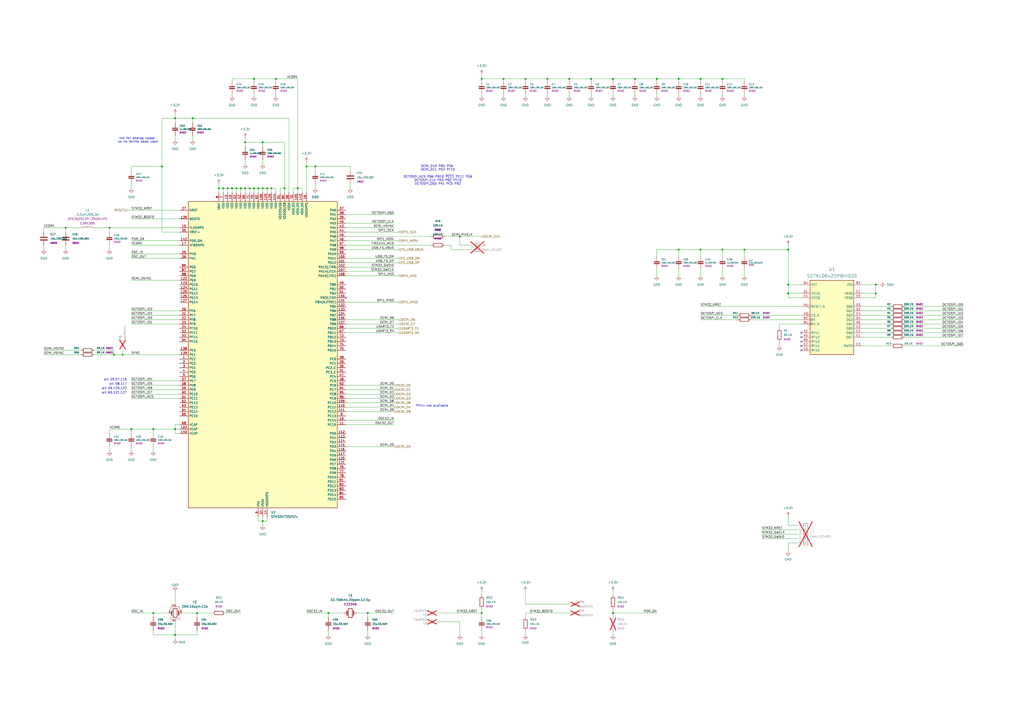
<source format=kicad_sch>
(kicad_sch (version 20231120) (generator "eeschema") (generator_version "8.0")
  (paper "A2")
  (junction (at 304.8 45.72))
  (junction (at 508 170.18))
  (junction (at 431.8 144.78))
  (junction (at 111.76 68.58))
  (junction (at 101.6 248.92))
  (junction (at 342.9 45.72))
  (junction (at 165.1 109.22))
  (junction (at 406.4 45.72))
  (junction (at 101.6 368.3))
  (junction (at 134.62 109.22))
  (junction (at 177.8 96.52))
  (junction (at 182.88 96.52))
  (junction (at 152.4 109.22))
  (junction (at 139.7 109.22))
  (junction (at 393.7 144.78))
  (junction (at 144.78 109.22))
  (junction (at 213.36 355.6))
  (junction (at 132.08 109.22))
  (junction (at 114.3 355.6))
  (junction (at 76.2 248.92))
  (junction (at 129.54 109.22))
  (junction (at 38.1 132.08))
  (junction (at 266.7 137.16))
  (junction (at 457.2 165.1))
  (junction (at 93.98 96.52))
  (junction (at 317.5 45.72))
  (junction (at 88.9 248.92))
  (junction (at 137.16 109.22))
  (junction (at 157.48 109.22))
  (junction (at 160.02 45.72))
  (junction (at 381 45.72))
  (junction (at 154.94 109.22))
  (junction (at 279.4 45.72))
  (junction (at 142.24 109.22))
  (junction (at 71.12 205.74))
  (junction (at 393.7 45.72))
  (junction (at 147.32 109.22))
  (junction (at 152.4 302.26))
  (junction (at 127 109.22))
  (junction (at 508 165.1))
  (junction (at 355.6 45.72))
  (junction (at 152.4 82.55))
  (junction (at 147.32 45.72))
  (junction (at 190.5 355.6))
  (junction (at 63.5 132.08))
  (junction (at 355.6 355.6))
  (junction (at 101.6 68.58))
  (junction (at 292.1 45.72))
  (junction (at 149.86 109.22))
  (junction (at 419.1 144.78))
  (junction (at 330.2 45.72))
  (junction (at 457.2 170.18))
  (junction (at 172.72 109.22))
  (junction (at 279.4 355.6))
  (junction (at 419.1 45.72))
  (junction (at 406.4 144.78))
  (junction (at 457.2 144.78))
  (junction (at 142.24 82.55))
  (junction (at 368.3 45.72))
  (junction (at 66.04 205.74))
  (junction (at 88.9 355.6))
  (no_connect (at 464.82 193.04))
  (no_connect (at 200.66 172.72))
  (no_connect (at 464.82 200.66))
  (no_connect (at 464.82 198.12))
  (no_connect (at 464.82 203.2))
  (no_connect (at 464.82 195.58))
  (wire (pts (xy 93.98 68.58) (xy 101.6 68.58)))
  (wire (pts (xy 406.4 45.72) (xy 406.4 46.99)))
  (wire (pts (xy 317.5 45.72) (xy 330.2 45.72)))
  (wire (pts (xy 266.7 360.68) (xy 266.7 368.3)))
  (wire (pts (xy 508 170.18) (xy 508 172.72)))
  (wire (pts (xy 139.7 109.22) (xy 139.7 111.76)))
  (wire (pts (xy 431.8 54.61) (xy 431.8 55.88)))
  (wire (pts (xy 279.4 353.06) (xy 279.4 355.6)))
  (wire (pts (xy 154.94 299.72) (xy 154.94 302.26)))
  (wire (pts (xy 54.61 203.2) (xy 66.04 203.2)))
  (wire (pts (xy 431.8 160.02) (xy 431.8 156.21)))
  (wire (pts (xy 132.08 109.22) (xy 132.08 111.76)))
  (wire (pts (xy 304.8 365.76) (xy 304.8 368.3)))
  (wire (pts (xy 342.9 54.61) (xy 342.9 55.88)))
  (wire (pts (xy 101.6 246.38) (xy 101.6 248.92)))
  (wire (pts (xy 38.1 142.24) (xy 38.1 144.78)))
  (wire (pts (xy 200.66 142.24) (xy 250.19 142.24)))
  (wire (pts (xy 419.1 160.02) (xy 419.1 156.21)))
  (wire (pts (xy 431.8 148.59) (xy 431.8 144.78)))
  (wire (pts (xy 254 355.6) (xy 279.4 355.6)))
  (wire (pts (xy 500.38 165.1) (xy 508 165.1)))
  (wire (pts (xy 71.12 205.74) (xy 104.14 205.74)))
  (wire (pts (xy 406.4 185.42) (xy 427.99 185.42)))
  (wire (pts (xy 393.7 148.59) (xy 393.7 144.78)))
  (wire (pts (xy 419.1 54.61) (xy 419.1 55.88)))
  (wire (pts (xy 393.7 45.72) (xy 393.7 46.99)))
  (wire (pts (xy 76.2 180.34) (xy 104.14 180.34)))
  (wire (pts (xy 101.6 368.3) (xy 114.3 368.3)))
  (wire (pts (xy 500.38 170.18) (xy 508 170.18)))
  (wire (pts (xy 203.2 99.06) (xy 203.2 96.52)))
  (wire (pts (xy 279.4 45.72) (xy 279.4 46.99)))
  (wire (pts (xy 200.66 259.08) (xy 228.6 259.08)))
  (wire (pts (xy 63.5 251.46) (xy 63.5 248.92)))
  (wire (pts (xy 441.96 309.88) (xy 462.28 309.88)))
  (wire (pts (xy 304.8 355.6) (xy 304.8 358.14)))
  (wire (pts (xy 266.7 137.16) (xy 279.4 137.16)))
  (wire (pts (xy 142.24 109.22) (xy 142.24 111.76)))
  (wire (pts (xy 457.2 165.1) (xy 464.82 165.1)))
  (wire (pts (xy 127 106.68) (xy 127 109.22)))
  (wire (pts (xy 500.38 193.04) (xy 516.89 193.04)))
  (wire (pts (xy 457.2 314.96) (xy 457.2 320.04)))
  (wire (pts (xy 54.61 205.74) (xy 66.04 205.74)))
  (wire (pts (xy 368.3 45.72) (xy 381 45.72)))
  (wire (pts (xy 406.4 54.61) (xy 406.4 55.88)))
  (wire (pts (xy 279.4 54.61) (xy 279.4 55.88)))
  (wire (pts (xy 101.6 251.46) (xy 101.6 248.92)))
  (wire (pts (xy 200.66 149.86) (xy 231.14 149.86)))
  (wire (pts (xy 76.2 223.52) (xy 104.14 223.52)))
  (wire (pts (xy 279.4 342.9) (xy 279.4 345.44)))
  (wire (pts (xy 279.4 365.76) (xy 279.4 368.3)))
  (wire (pts (xy 406.4 148.59) (xy 406.4 144.78)))
  (wire (pts (xy 147.32 45.72) (xy 147.32 46.99)))
  (wire (pts (xy 76.2 226.06) (xy 104.14 226.06)))
  (wire (pts (xy 160.02 45.72) (xy 160.02 46.99)))
  (wire (pts (xy 165.1 82.55) (xy 165.1 109.22)))
  (wire (pts (xy 368.3 45.72) (xy 368.3 46.99)))
  (wire (pts (xy 406.4 160.02) (xy 406.4 156.21)))
  (wire (pts (xy 200.66 137.16) (xy 250.19 137.16)))
  (wire (pts (xy 419.1 45.72) (xy 431.8 45.72)))
  (wire (pts (xy 101.6 360.68) (xy 101.6 368.3)))
  (wire (pts (xy 63.5 132.08) (xy 63.5 134.62)))
  (wire (pts (xy 200.66 193.04) (xy 231.14 193.04)))
  (wire (pts (xy 152.4 82.55) (xy 152.4 85.09)))
  (wire (pts (xy 393.7 45.72) (xy 406.4 45.72)))
  (wire (pts (xy 355.6 355.6) (xy 355.6 358.14)))
  (wire (pts (xy 101.6 248.92) (xy 104.14 248.92)))
  (wire (pts (xy 419.1 144.78) (xy 431.8 144.78)))
  (wire (pts (xy 63.5 142.24) (xy 63.5 144.78)))
  (wire (pts (xy 25.4 132.08) (xy 38.1 132.08)))
  (wire (pts (xy 381 45.72) (xy 393.7 45.72)))
  (wire (pts (xy 114.3 355.6) (xy 123.19 355.6)))
  (wire (pts (xy 152.4 109.22) (xy 149.86 109.22)))
  (wire (pts (xy 154.94 109.22) (xy 154.94 111.76)))
  (wire (pts (xy 172.72 45.72) (xy 172.72 109.22)))
  (wire (pts (xy 213.36 355.6) (xy 228.6 355.6)))
  (wire (pts (xy 257.81 142.24) (xy 261.62 142.24)))
  (wire (pts (xy 441.96 307.34) (xy 462.28 307.34)))
  (wire (pts (xy 355.6 45.72) (xy 355.6 46.99)))
  (wire (pts (xy 152.4 82.55) (xy 165.1 82.55)))
  (wire (pts (xy 160.02 111.76) (xy 160.02 109.22)))
  (wire (pts (xy 25.4 203.2) (xy 46.99 203.2)))
  (wire (pts (xy 500.38 200.66) (xy 516.89 200.66)))
  (wire (pts (xy 200.66 157.48) (xy 228.6 157.48)))
  (wire (pts (xy 73.66 121.92) (xy 104.14 121.92)))
  (wire (pts (xy 266.7 142.24) (xy 266.7 137.16)))
  (wire (pts (xy 76.2 261.62) (xy 76.2 259.08)))
  (wire (pts (xy 76.2 96.52) (xy 76.2 99.06)))
  (wire (pts (xy 317.5 54.61) (xy 317.5 55.88)))
  (wire (pts (xy 381 144.78) (xy 393.7 144.78)))
  (wire (pts (xy 457.2 172.72) (xy 464.82 172.72)))
  (wire (pts (xy 76.2 147.32) (xy 104.14 147.32)))
  (wire (pts (xy 172.72 109.22) (xy 175.26 109.22)))
  (wire (pts (xy 149.86 302.26) (xy 152.4 302.26)))
  (wire (pts (xy 200.66 187.96) (xy 231.14 187.96)))
  (wire (pts (xy 190.5 365.76) (xy 190.5 368.3)))
  (wire (pts (xy 355.6 54.61) (xy 355.6 55.88)))
  (wire (pts (xy 66.04 203.2) (xy 66.04 205.74)))
  (wire (pts (xy 172.72 109.22) (xy 172.72 111.76)))
  (wire (pts (xy 462.28 304.8) (xy 457.2 304.8)))
  (wire (pts (xy 105.41 355.6) (xy 114.3 355.6)))
  (wire (pts (xy 152.4 302.26) (xy 152.4 304.8)))
  (wire (pts (xy 157.48 109.22) (xy 157.48 111.76)))
  (wire (pts (xy 355.6 342.9) (xy 355.6 345.44)))
  (wire (pts (xy 76.2 182.88) (xy 104.14 182.88)))
  (wire (pts (xy 76.2 106.68) (xy 76.2 109.22)))
  (wire (pts (xy 88.9 248.92) (xy 101.6 248.92)))
  (wire (pts (xy 452.12 190.5) (xy 452.12 187.96)))
  (wire (pts (xy 134.62 109.22) (xy 134.62 111.76)))
  (wire (pts (xy 71.12 203.2) (xy 71.12 205.74)))
  (wire (pts (xy 203.2 109.22) (xy 203.2 106.68)))
  (wire (pts (xy 279.4 45.72) (xy 292.1 45.72)))
  (wire (pts (xy 435.61 182.88) (xy 464.82 182.88)))
  (wire (pts (xy 381 54.61) (xy 381 55.88)))
  (wire (pts (xy 93.98 68.58) (xy 93.98 96.52)))
  (wire (pts (xy 137.16 109.22) (xy 137.16 111.76)))
  (wire (pts (xy 137.16 109.22) (xy 134.62 109.22)))
  (wire (pts (xy 114.3 368.3) (xy 114.3 365.76)))
  (wire (pts (xy 104.14 251.46) (xy 101.6 251.46)))
  (wire (pts (xy 200.66 152.4) (xy 231.14 152.4)))
  (wire (pts (xy 213.36 365.76) (xy 213.36 368.3)))
  (wire (pts (xy 200.66 236.22) (xy 228.6 236.22)))
  (wire (pts (xy 142.24 109.22) (xy 139.7 109.22)))
  (wire (pts (xy 190.5 355.6) (xy 199.39 355.6)))
  (wire (pts (xy 127 109.22) (xy 127 111.76)))
  (wire (pts (xy 76.2 355.6) (xy 88.9 355.6)))
  (wire (pts (xy 101.6 68.58) (xy 101.6 71.12)))
  (wire (pts (xy 431.8 144.78) (xy 457.2 144.78)))
  (wire (pts (xy 271.78 144.78) (xy 261.62 144.78)))
  (wire (pts (xy 88.9 368.3) (xy 101.6 368.3)))
  (wire (pts (xy 292.1 54.61) (xy 292.1 55.88)))
  (wire (pts (xy 457.2 304.8) (xy 457.2 299.72)))
  (wire (pts (xy 200.66 139.7) (xy 231.14 139.7)))
  (wire (pts (xy 342.9 45.72) (xy 342.9 46.99)))
  (wire (pts (xy 524.51 185.42) (xy 558.8 185.42)))
  (wire (pts (xy 101.6 68.58) (xy 111.76 68.58)))
  (wire (pts (xy 101.6 78.74) (xy 101.6 81.28)))
  (wire (pts (xy 524.51 193.04) (xy 558.8 193.04)))
  (wire (pts (xy 144.78 109.22) (xy 142.24 109.22)))
  (wire (pts (xy 149.86 299.72) (xy 149.86 302.26)))
  (wire (pts (xy 213.36 355.6) (xy 213.36 358.14)))
  (wire (pts (xy 419.1 45.72) (xy 419.1 46.99)))
  (wire (pts (xy 132.08 109.22) (xy 129.54 109.22)))
  (wire (pts (xy 508 165.1) (xy 508 170.18)))
  (wire (pts (xy 142.24 80.01) (xy 142.24 82.55)))
  (wire (pts (xy 524.51 182.88) (xy 558.8 182.88)))
  (wire (pts (xy 330.2 54.61) (xy 330.2 55.88)))
  (wire (pts (xy 304.8 45.72) (xy 304.8 46.99)))
  (wire (pts (xy 200.66 246.38) (xy 228.6 246.38)))
  (wire (pts (xy 134.62 109.22) (xy 132.08 109.22)))
  (wire (pts (xy 200.66 132.08) (xy 228.6 132.08)))
  (wire (pts (xy 200.66 226.06) (xy 228.6 226.06)))
  (wire (pts (xy 200.66 231.14) (xy 228.6 231.14)))
  (wire (pts (xy 304.8 355.6) (xy 330.2 355.6)))
  (wire (pts (xy 393.7 144.78) (xy 406.4 144.78)))
  (wire (pts (xy 88.9 365.76) (xy 88.9 368.3)))
  (wire (pts (xy 500.38 190.5) (xy 516.89 190.5)))
  (wire (pts (xy 406.4 182.88) (xy 427.99 182.88)))
  (wire (pts (xy 76.2 185.42) (xy 104.14 185.42)))
  (wire (pts (xy 147.32 54.61) (xy 147.32 55.88)))
  (wire (pts (xy 200.66 228.6) (xy 228.6 228.6)))
  (wire (pts (xy 152.4 92.71) (xy 152.4 95.25)))
  (wire (pts (xy 147.32 45.72) (xy 160.02 45.72)))
  (wire (pts (xy 452.12 187.96) (xy 464.82 187.96)))
  (wire (pts (xy 462.28 314.96) (xy 457.2 314.96)))
  (wire (pts (xy 524.51 195.58) (xy 558.8 195.58)))
  (wire (pts (xy 25.4 205.74) (xy 46.99 205.74)))
  (wire (pts (xy 368.3 54.61) (xy 368.3 55.88)))
  (wire (pts (xy 142.24 82.55) (xy 152.4 82.55)))
  (wire (pts (xy 524.51 177.8) (xy 558.8 177.8)))
  (wire (pts (xy 292.1 45.72) (xy 292.1 46.99)))
  (wire (pts (xy 441.96 312.42) (xy 462.28 312.42)))
  (wire (pts (xy 114.3 355.6) (xy 114.3 358.14)))
  (wire (pts (xy 381 148.59) (xy 381 144.78)))
  (wire (pts (xy 129.54 109.22) (xy 127 109.22)))
  (wire (pts (xy 261.62 144.78) (xy 261.62 142.24)))
  (wire (pts (xy 76.2 220.98) (xy 104.14 220.98)))
  (wire (pts (xy 500.38 180.34) (xy 516.89 180.34)))
  (wire (pts (xy 508 172.72) (xy 500.38 172.72)))
  (wire (pts (xy 154.94 109.22) (xy 152.4 109.22)))
  (wire (pts (xy 160.02 54.61) (xy 160.02 55.88)))
  (wire (pts (xy 76.2 162.56) (xy 104.14 162.56)))
  (wire (pts (xy 317.5 45.72) (xy 317.5 46.99)))
  (wire (pts (xy 134.62 45.72) (xy 147.32 45.72)))
  (wire (pts (xy 142.24 92.71) (xy 142.24 95.25)))
  (wire (pts (xy 381 45.72) (xy 381 46.99)))
  (wire (pts (xy 101.6 66.04) (xy 101.6 68.58)))
  (wire (pts (xy 393.7 54.61) (xy 393.7 55.88)))
  (wire (pts (xy 76.2 187.96) (xy 104.14 187.96)))
  (wire (pts (xy 500.38 187.96) (xy 516.89 187.96)))
  (wire (pts (xy 200.66 223.52) (xy 228.6 223.52)))
  (wire (pts (xy 342.9 45.72) (xy 355.6 45.72)))
  (wire (pts (xy 152.4 299.72) (xy 152.4 302.26)))
  (wire (pts (xy 304.8 45.72) (xy 317.5 45.72)))
  (wire (pts (xy 170.18 111.76) (xy 170.18 109.22)))
  (wire (pts (xy 63.5 132.08) (xy 104.14 132.08)))
  (wire (pts (xy 393.7 160.02) (xy 393.7 156.21)))
  (wire (pts (xy 54.61 132.08) (xy 63.5 132.08)))
  (wire (pts (xy 162.56 111.76) (xy 162.56 109.22)))
  (wire (pts (xy 149.86 109.22) (xy 149.86 111.76)))
  (wire (pts (xy 63.5 261.62) (xy 63.5 259.08)))
  (wire (pts (xy 431.8 45.72) (xy 431.8 46.99)))
  (wire (pts (xy 292.1 45.72) (xy 304.8 45.72)))
  (wire (pts (xy 93.98 96.52) (xy 93.98 134.62)))
  (wire (pts (xy 66.04 205.74) (xy 71.12 205.74)))
  (wire (pts (xy 190.5 355.6) (xy 190.5 358.14)))
  (wire (pts (xy 97.79 355.6) (xy 88.9 355.6)))
  (wire (pts (xy 457.2 144.78) (xy 457.2 165.1)))
  (wire (pts (xy 139.7 109.22) (xy 137.16 109.22)))
  (wire (pts (xy 38.1 132.08) (xy 46.99 132.08)))
  (wire (pts (xy 177.8 93.98) (xy 177.8 96.52)))
  (wire (pts (xy 134.62 45.72) (xy 134.62 46.99)))
  (wire (pts (xy 111.76 68.58) (xy 111.76 71.12)))
  (wire (pts (xy 419.1 148.59) (xy 419.1 144.78)))
  (wire (pts (xy 76.2 149.86) (xy 104.14 149.86)))
  (wire (pts (xy 111.76 68.58) (xy 167.64 68.58)))
  (wire (pts (xy 160.02 109.22) (xy 157.48 109.22)))
  (wire (pts (xy 101.6 368.3) (xy 101.6 370.84)))
  (wire (pts (xy 279.4 355.6) (xy 279.4 358.14)))
  (wire (pts (xy 200.66 160.02) (xy 231.14 160.02)))
  (wire (pts (xy 355.6 45.72) (xy 368.3 45.72)))
  (wire (pts (xy 144.78 109.22) (xy 144.78 111.76)))
  (wire (pts (xy 435.61 185.42) (xy 464.82 185.42)))
  (wire (pts (xy 167.64 68.58) (xy 167.64 111.76)))
  (wire (pts (xy 170.18 109.22) (xy 172.72 109.22)))
  (wire (pts (xy 452.12 200.66) (xy 452.12 198.12)))
  (wire (pts (xy 500.38 177.8) (xy 516.89 177.8)))
  (wire (pts (xy 147.32 109.22) (xy 144.78 109.22)))
  (wire (pts (xy 130.81 355.6) (xy 139.7 355.6)))
  (wire (pts (xy 406.4 45.72) (xy 419.1 45.72)))
  (wire (pts (xy 104.14 246.38) (xy 101.6 246.38)))
  (wire (pts (xy 76.2 228.6) (xy 104.14 228.6)))
  (wire (pts (xy 508 165.1) (xy 510.54 165.1)))
  (wire (pts (xy 152.4 109.22) (xy 152.4 111.76)))
  (wire (pts (xy 134.62 54.61) (xy 134.62 55.88)))
  (wire (pts (xy 76.2 127) (xy 104.14 127)))
  (wire (pts (xy 142.24 82.55) (xy 142.24 85.09)))
  (wire (pts (xy 500.38 185.42) (xy 516.89 185.42)))
  (wire (pts (xy 330.2 45.72) (xy 342.9 45.72)))
  (wire (pts (xy 93.98 96.52) (xy 76.2 96.52)))
  (wire (pts (xy 200.66 129.54) (xy 228.6 129.54)))
  (wire (pts (xy 200.66 154.94) (xy 228.6 154.94)))
  (wire (pts (xy 175.26 109.22) (xy 175.26 111.76)))
  (wire (pts (xy 330.2 45.72) (xy 330.2 46.99)))
  (wire (pts (xy 524.51 200.66) (xy 558.8 200.66)))
  (wire (pts (xy 38.1 134.62) (xy 38.1 132.08)))
  (wire (pts (xy 304.8 54.61) (xy 304.8 55.88)))
  (wire (pts (xy 200.66 134.62) (xy 231.14 134.62)))
  (wire (pts (xy 457.2 170.18) (xy 457.2 172.72)))
  (wire (pts (xy 200.66 243.84) (xy 228.6 243.84)))
  (wire (pts (xy 63.5 248.92) (xy 76.2 248.92)))
  (wire (pts (xy 254 360.68) (xy 266.7 360.68)))
  (wire (pts (xy 111.76 78.74) (xy 111.76 81.28)))
  (wire (pts (xy 524.51 180.34) (xy 558.8 180.34)))
  (wire (pts (xy 165.1 109.22) (xy 165.1 111.76)))
  (wire (pts (xy 271.78 142.24) (xy 266.7 142.24)))
  (wire (pts (xy 330.2 350.52) (xy 304.8 350.52)))
  (wire (pts (xy 76.2 231.14) (xy 104.14 231.14)))
  (wire (pts (xy 200.66 238.76) (xy 228.6 238.76)))
  (wire (pts (xy 355.6 355.6) (xy 381 355.6)))
  (wire (pts (xy 355.6 365.76) (xy 355.6 368.3)))
  (wire (pts (xy 177.8 355.6) (xy 190.5 355.6)))
  (wire (pts (xy 104.14 134.62) (xy 93.98 134.62)))
  (wire (pts (xy 25.4 142.24) (xy 25.4 144.78)))
  (wire (pts (xy 182.88 109.22) (xy 182.88 106.68)))
  (wire (pts (xy 207.01 355.6) (xy 213.36 355.6)))
  (wire (pts (xy 88.9 251.46) (xy 88.9 248.92)))
  (wire (pts (xy 381 160.02) (xy 381 156.21)))
  (wire (pts (xy 203.2 96.52) (xy 182.88 96.52)))
  (wire (pts (xy 154.94 302.26) (xy 152.4 302.26)))
  (wire (pts (xy 457.2 170.18) (xy 464.82 170.18)))
  (wire (pts (xy 200.66 175.26) (xy 231.14 175.26)))
  (wire (pts (xy 200.66 233.68) (xy 228.6 233.68)))
  (wire (pts (xy 355.6 353.06) (xy 355.6 355.6)))
  (wire (pts (xy 406.4 177.8) (xy 464.82 177.8)))
  (wire (pts (xy 147.32 109.22) (xy 147.32 111.76)))
  (wire (pts (xy 500.38 182.88) (xy 516.89 182.88)))
  (wire (pts (xy 257.81 137.16) (xy 266.7 137.16)))
  (wire (pts (xy 160.02 45.72) (xy 172.72 45.72)))
  (wire (pts (xy 76.2 251.46) (xy 76.2 248.92)))
  (wire (pts (xy 524.51 187.96) (xy 558.8 187.96)))
  (wire (pts (xy 104.14 142.24) (xy 76.2 142.24)))
  (wire (pts (xy 149.86 109.22) (xy 147.32 109.22)))
  (wire (pts (xy 177.8 96.52) (xy 177.8 111.76)))
  (wire (pts (xy 88.9 355.6) (xy 88.9 358.14)))
  (wire (pts (xy 76.2 248.92) (xy 88.9 248.92)))
  (wire (pts (xy 200.66 124.46) (xy 228.6 124.46)))
  (wire (pts (xy 500.38 195.58) (xy 516.89 195.58)))
  (wire (pts (xy 162.56 109.22) (xy 165.1 109.22)))
  (wire (pts (xy 200.66 185.42) (xy 231.14 185.42)))
  (wire (pts (xy 157.48 109.22) (xy 154.94 109.22)))
  (wire (pts (xy 457.2 165.1) (xy 457.2 170.18)))
  (wire (pts (xy 101.6 342.9) (xy 101.6 350.52)))
  (wire (pts (xy 304.8 350.52) (xy 304.8 342.9)))
  (wire (pts (xy 457.2 142.24) (xy 457.2 144.78)))
  (wire (pts (xy 279.4 43.18) (xy 279.4 45.72)))
  (wire (pts (xy 182.88 96.52) (xy 177.8 96.52)))
  (wire (pts (xy 25.4 134.62) (xy 25.4 132.08)))
  (wire (pts (xy 88.9 261.62) (xy 88.9 259.08)))
  (wire (pts (xy 200.66 144.78) (xy 231.14 144.78)))
  (wire (pts (xy 200.66 190.5) (xy 231.14 190.5)))
  (wire (pts (xy 129.54 109.22) (xy 129.54 111.76)))
  (wire (pts (xy 406.4 144.78) (xy 419.1 144.78)))
  (wire (pts (xy 182.88 99.06) (xy 182.88 96.52)))
  (wire (pts (xy 76.2 139.7) (xy 104.14 139.7)))
  (wire (pts (xy 524.51 190.5) (xy 558.8 190.5)))
  (text "DCMI_D10 PB5 PD6 \nDCMI_D11 PD2 PF10\n\nOCTOSPI_NCS PB6 PB10 ~{PC11} PE11 PG6\nOCTOSPI_CLK PA3 PB2 PF10\nOCTOSPI_DQS PA1 PC5 PB2\n" (at 254 101.6 0) (effects (font (size 1.27 1.27))))
  (text "alt 29,57,116" (at 73.66 220.98 0) (effects (font (size 1.27 1.27)) (justify right bottom)))
  (text "alt 60,121,127" (at 73.66 228.6 0) (effects (font (size 1.27 1.27)) (justify right bottom)))
  (text "alt 59,120,122" (at 73.66 226.06 0) (effects (font (size 1.27 1.27)) (justify right bottom)))
  (text "not for analog usage \nso no ferrite bead used" (at 80.01 81.28 0) (effects (font (size 1.27 1.27))))
  (text "PH14 not available" (at 241.3 236.22 0) (effects (font (size 1.27 1.27)) (justify left bottom)))
  (text "alt 58,117" (at 73.66 223.52 0) (effects (font (size 1.27 1.27)) (justify right bottom)))
  (label "OCTOSPI_IO2" (at 558.8 182.88 180))
  (label "USB_FS_DP" (at 228.6 152.4 180))
  (label "USART3_TX" (at 228.6 190.5 180))
  (label "DCMI_VSYNC" (at 25.4 205.74 0))
  (label "DCMI_D6" (at 228.6 185.42 180))
  (label "STM32_NRST" (at 441.96 307.34 0))
  (label "STM32_NRST" (at 406.4 177.8 0))
  (label "VCORE" (at 172.72 45.72 180))
  (label "OSC_OUT" (at 76.2 149.86 0))
  (label "OCTOSPI_IO7" (at 76.2 228.6 0))
  (label "SPI1_SCK" (at 228.6 134.62 180))
  (label "DCMI_D1" (at 228.6 226.06 180))
  (label "OSC32_OUT" (at 228.6 246.38 180))
  (label "USART3_RX" (at 228.6 193.04 180))
  (label "OCTOSPI_IO1" (at 76.2 187.96 0))
  (label "STM32_SWCLK" (at 228.6 157.48 180))
  (label "DCMI_D5" (at 228.6 259.08 180))
  (label "SPI1_MOSI" (at 228.6 139.7 180))
  (label "OCTOSPI_IO4" (at 558.8 187.96 180))
  (label "USB_FS_DM" (at 228.6 149.86 180))
  (label "OCTOSPI_IO4" (at 76.2 220.98 0))
  (label "OSC_OUT" (at 139.7 355.6 180))
  (label "DCMI_HSYNC" (at 25.4 203.2 0))
  (label "DCMI_D0" (at 228.6 223.52 180))
  (label "SYNC" (at 76.2 205.74 0))
  (label "OCTOSPI_NCS" (at 406.4 182.88 0))
  (label "DCMI_HSYNC" (at 228.6 132.08 180))
  (label "DCMI_D3" (at 228.6 231.14 180))
  (label "OSC32_OUT" (at 228.6 355.6 180))
  (label "OSC32_IN" (at 228.6 243.84 180))
  (label "OCTOSPI_IO3" (at 76.2 180.34 0))
  (label "PDR_ON" (at 76.2 139.7 0))
  (label "STM32_SWCLK" (at 441.96 309.88 0))
  (label "DCMI_VSYNC" (at 76.2 162.56 0))
  (label "OSC_IN" (at 76.2 147.32 0))
  (label "USB_FS_VBUS" (at 228.6 144.78 180))
  (label "VCORE" (at 76.2 142.24 0))
  (label "OCTOSPI_IO0" (at 558.8 177.8 180))
  (label "DCMI_D8" (at 228.6 233.68 180))
  (label "OCTOSPI_IO2" (at 76.2 182.88 0))
  (label "OSC32_IN" (at 177.8 355.6 0))
  (label "OCTOSPI_DQS" (at 558.8 200.66 180))
  (label "OCTOSPI_IO6" (at 76.2 226.06 0))
  (label "OCTOSPI_DQS" (at 228.6 124.46 180))
  (label "OCTOSPI_CLK" (at 228.6 129.54 180))
  (label "DCMI_D9" (at 228.6 238.76 180))
  (label "STM32_SWDIO" (at 441.96 312.42 0))
  (label "OCTOSPI_IO5" (at 76.2 223.52 0))
  (label "STM32_BOOT0" (at 76.2 127 0))
  (label "VCORE" (at 25.4 132.08 0))
  (label "PDR_ON" (at 381 355.6 180))
  (label "OCTOSPI_NCS" (at 76.2 231.14 0))
  (label "SPI1_NSS" (at 228.6 160.02 180))
  (label "DCMI_PIXCLK" (at 274.32 137.16 180))
  (label "SPI1_MISO" (at 228.6 175.26 180))
  (label "VCORE" (at 63.5 248.92 0))
  (label "DCMI_D7" (at 228.6 187.96 180))
  (label "DCMI_D4" (at 228.6 236.22 180))
  (label "OCTOSPI_IO5" (at 558.8 190.5 180))
  (label "STM32_NRST" (at 276.86 355.6 180))
  (label "TIM1CH1_MCO" (at 228.6 142.24 180))
  (label "OSC_IN" (at 76.2 355.6 0))
  (label "OCTOSPI_IO0" (at 76.2 185.42 0))
  (label "OCTOSPI_IO7" (at 558.8 195.58 180))
  (label "STM32_BOOT0" (at 307.34 355.6 0))
  (label "OCTOSPI_IO1" (at 558.8 180.34 180))
  (label "OCTOSPI_IO3" (at 558.8 185.42 180))
  (label "STM32_SWDIO" (at 228.6 154.94 180))
  (label "OCTOSPI_CLK" (at 406.4 185.42 0))
  (label "OCTOSPI_IO6" (at 558.8 193.04 180))
  (label "DCMI_D2" (at 228.6 228.6 180))
  (label "STM32_NRST" (at 76.2 121.92 0))
  (hierarchical_label "FS_USB_VBUS" (shape input) (at 231.14 144.78 0))
  (hierarchical_label "DCMI_D9" (shape input) (at 228.6 238.76 0))
  (hierarchical_label "USART3_RX" (shape input) (at 231.14 193.04 0))
  (hierarchical_label "SPI1_NSS" (shape input) (at 231.14 160.02 0))
  (hierarchical_label "SPI1_SCK" (shape input) (at 231.14 134.62 0))
  (hierarchical_label "DCMI_D8" (shape input) (at 228.6 233.68 0))
  (hierarchical_label "DCMI_D7" (shape input) (at 231.14 187.96 0))
  (hierarchical_label "DCMI_D6" (shape input) (at 231.14 185.42 0))
  (hierarchical_label "FS_USB_DP" (shape input) (at 231.14 152.4 0))
  (hierarchical_label "DCMI_D5" (shape input) (at 228.6 259.08 0))
  (hierarchical_label "DCMI_D0" (shape input) (at 228.6 223.52 0))
  (hierarchical_label "DCMI_D2" (shape input) (at 228.6 228.6 0))
  (hierarchical_label "FS_USB_DM" (shape input) (at 231.14 149.86 0))
  (hierarchical_label "RESET" (shape input) (at 73.66 121.92 180))
  (hierarchical_label "DCMI_D4" (shape input) (at 228.6 236.22 0))
  (hierarchical_label "DCMI_D3" (shape input) (at 228.6 231.14 0))
  (hierarchical_label "USART3_TX" (shape input) (at 231.14 190.5 0))
  (hierarchical_label "DCMI_D1" (shape input) (at 228.6 226.06 0))
  (hierarchical_label "SPI1_MOSI" (shape input) (at 231.14 139.7 0))
  (hierarchical_label "SPI1_MISO" (shape input) (at 231.14 175.26 0))
  (hierarchical_label "DCMI_CLK" (shape input) (at 279.4 137.16 0))
  (symbol (lib_id "JLC_C0402:100n,10%,16V") (at 406.4 50.8 0) (unit 1)
    (property "Reference" "C11" (at 408.94 48.8949 0) (effects (font (size 1.016 1.016)) (justify left)))
    (property "Value" "100n,10%,16V" (at 408.94 50.8 0) (effects (font (size 0.762 0.762)) (justify left)))
    (property "Footprint" "Abacus:C_0402_1005Metric_for_0.25mm_grid" (effects (hide yes)))
    (property "Description" "Unpolarized capacitor" (effects (hide yes)))
    (property "Package" "0402" (at 408.94 52.7049 0) (effects (font (size 1.016 1.016)) (justify left)))
    (property "Manufacturer" "Samsung" (effects (hide yes)))
    (property "Manufacturer Part" "CL05B104KO5NNNC" (effects (hide yes)))
    (property "Supplier Part" "C1525" (effects (hide yes)))
  )
  (symbol (lib_id "JLC_R0402:10k,1%") (at 304.8 361.95 0) (unit 1)
    (property "Reference" "R53" (at 307.34 359.4099 0) (effects (justify left)))
    (property "Value" "10k,1%" (at 307.34 361.9499 0) (effects (font (size 1.016 1.016)) (justify left)))
    (property "Footprint" "Abacus:R_0402_1005Metric_for_0.25mm_grid" (effects (hide yes)))
    (property "Description" "Resistor" (effects (hide yes)))
    (property "Package" "0402" (at 307.34 364.4899 0) (effects (font (size 1.016 1.016)) (justify left)))
    (property "Manufacturer" "UNI-ROYAL" (effects (hide yes)))
    (property "Manufacturer Part" "0402WGF1002TCE" (effects (hide yes)))
    (property "Supplier Part" "C25744" (effects (hide yes)))
  )
  (symbol (lib_id "power:GND") (at 304.8 55.88 0) (unit 1)
    (property "Reference" "#PWR08" (effects (hide yes)))
    (property "Value" "GND" (at 304.8 60.96 0))
    (property "Description" "Power symbol creates a global label with name \"GND\" , ground" (effects (hide yes)))
  )
  (symbol (lib_id "power:GND") (at 152.4 304.8 0) (unit 1)
    (property "Reference" "#PWR04" (effects (hide yes)))
    (property "Value" "GND" (at 152.4 309.88 0))
    (property "Description" "Power symbol creates a global label with name \"GND\" , ground" (effects (hide yes)))
  )
  (symbol (lib_id "JLC_C0402:100n,10%,16V") (at 279.4 361.95 0) (unit 1)
    (property "Reference" "C56" (at 281.94 360.0449 0) (effects (font (size 1.016 1.016)) (justify left)))
    (property "Value" "100n,10%,16V" (at 281.94 361.95 0) (effects (font (size 0.762 0.762)) (justify left)))
    (property "Footprint" "Abacus:C_0402_1005Metric_for_0.25mm_grid" (effects (hide yes)))
    (property "Description" "Unpolarized capacitor" (effects (hide yes)))
    (property "Package" "0402" (at 281.94 363.8549 0) (effects (font (size 1.016 1.016)) (justify left)))
    (property "Manufacturer" "Samsung" (effects (hide yes)))
    (property "Manufacturer Part" "CL05B104KO5NNNC" (effects (hide yes)))
    (property "Supplier Part" "C1525" (effects (hide yes)))
  )
  (symbol (lib_id "JLC_C0402:100n,10%,16V") (at 355.6 50.8 0) (unit 1)
    (property "Reference" "C7" (at 358.14 48.8949 0) (effects (font (size 1.016 1.016)) (justify left)))
    (property "Value" "100n,10%,16V" (at 358.14 50.8 0) (effects (font (size 0.762 0.762)) (justify left)))
    (property "Footprint" "Abacus:C_0402_1005Metric_for_0.25mm_grid" (effects (hide yes)))
    (property "Description" "Unpolarized capacitor" (effects (hide yes)))
    (property "Package" "0402" (at 358.14 52.7049 0) (effects (font (size 1.016 1.016)) (justify left)))
    (property "Manufacturer" "Samsung" (effects (hide yes)))
    (property "Manufacturer Part" "CL05B104KO5NNNC" (effects (hide yes)))
    (property "Supplier Part" "C1525" (effects (hide yes)))
  )
  (symbol (lib_id "power:+3.3V") (at 304.8 342.9 0) (unit 1)
    (property "Reference" "#PWR82" (effects (hide yes)))
    (property "Value" "+3.3V" (at 304.8 337.82 0))
    (property "Description" "Power symbol creates a global label with name \"+3.3V\"" (effects (hide yes)))
  )
  (symbol (lib_id "power:GND") (at 190.5 368.3 0) (unit 1)
    (property "Reference" "#PWR83" (effects (hide yes)))
    (property "Value" "GND" (at 190.5 373.38 0))
    (property "Description" "Power symbol creates a global label with name \"GND\" , ground" (effects (hide yes)))
  )
  (symbol (lib_id "power:+3.3V") (at 127 106.68 0) (unit 1)
    (property "Reference" "#PWR05" (effects (hide yes)))
    (property "Value" "+3.3V" (at 127 101.6 0))
    (property "Description" "Power symbol creates a global label with name \"+3.3V\"" (effects (hide yes)))
  )
  (symbol (lib_id "JLC_R0402:33R,1%") (at 431.8 185.42 90) (unit 1)
    (property "Reference" "R12" (at 426.72 184.15 90) (effects (font (size 1.016 1.016))))
    (property "Value" "33R,1%" (at 438.15 184.15 90) (effects (font (size 1.016 1.016))))
    (property "Footprint" "Abacus:R_0402_1005Metric_for_0.25mm_grid" (effects (hide yes)))
    (property "Description" "Resistor" (effects (hide yes)))
    (property "Package" "0402" (at 444.5 184.15 90) (effects (font (size 1.016 1.016))))
    (property "Manufacturer" "UNI-ROYAL" (effects (hide yes)))
    (property "Manufacturer Part" "0402WGF330JTCE" (effects (hide yes)))
    (property "Supplier Part" "C25105" (effects (hide yes)))
  )
  (symbol (lib_id "JLC_C0402:100n,10%,16V") (at 431.8 50.8 0) (unit 1)
    (property "Reference" "C13" (at 434.34 48.8949 0) (effects (font (size 1.016 1.016)) (justify left)))
    (property "Value" "100n,10%,16V" (at 434.34 50.8 0) (effects (font (size 0.762 0.762)) (justify left)))
    (property "Footprint" "Abacus:C_0402_1005Metric_for_0.25mm_grid" (effects (hide yes)))
    (property "Description" "Unpolarized capacitor" (effects (hide yes)))
    (property "Package" "0402" (at 434.34 52.7049 0) (effects (font (size 1.016 1.016)) (justify left)))
    (property "Manufacturer" "Samsung" (effects (hide yes)))
    (property "Manufacturer Part" "CL05B104KO5NNNC" (effects (hide yes)))
    (property "Supplier Part" "C1525" (effects (hide yes)))
  )
  (symbol (lib_id "power:GND") (at 160.02 55.88 0) (unit 1)
    (property "Reference" "#PWR58" (effects (hide yes)))
    (property "Value" "GND" (at 160.02 60.96 0))
    (property "Description" "Power symbol creates a global label with name \"GND\" , ground" (effects (hide yes)))
  )
  (symbol (lib_id "power:GND") (at 147.32 55.88 0) (unit 1)
    (property "Reference" "#PWR57" (effects (hide yes)))
    (property "Value" "GND" (at 147.32 60.96 0))
    (property "Description" "Power symbol creates a global label with name \"GND\" , ground" (effects (hide yes)))
  )
  (symbol (lib_id "JLC_R0402:33R,1%") (at 520.7 185.42 90) (unit 1)
    (property "Reference" "R5" (at 515.62 184.15 90) (effects (font (size 1.016 1.016))))
    (property "Value" "33R,1%" (at 527.05 184.15 90) (effects (font (size 1.016 1.016))))
    (property "Footprint" "Abacus:R_0402_1005Metric_for_0.25mm_grid" (effects (hide yes)))
    (property "Description" "Resistor" (effects (hide yes)))
    (property "Package" "0402" (at 533.4 184.15 90) (effects (font (size 1.016 1.016))))
    (property "Manufacturer" "UNI-ROYAL" (effects (hide yes)))
    (property "Manufacturer Part" "0402WGF330JTCE" (effects (hide yes)))
    (property "Supplier Part" "C25105" (effects (hide yes)))
  )
  (symbol (lib_id "JLC_R0402:22R,1%") (at 254 142.24 90) (unit 1)
    (property "Reference" "R66" (at 254 133.35 90) (effects (font (size 1.016 1.016))))
    (property "Value" "22R,1%" (at 254 135.89 90) (effects (font (size 1.016 1.016))))
    (property "Footprint" "Abacus:R_0402_1005Metric_for_0.25mm_grid" (effects (hide yes)))
    (property "Description" "Resistor" (effects (hide yes)))
    (property "Package" "0402" (at 254 138.43 90) (effects (font (size 1.016 1.016))))
    (property "Manufacturer" "UNI-ROYAL" (effects (hide yes)))
    (property "Manufacturer Part" "0402WGF220JTCE" (effects (hide yes)))
    (property "Supplier Part" "C25092" (effects (hide yes)))
  )
  (symbol (lib_id "Connector:TestPoint") (at 330.2 355.6 270) (unit 1) (dnp yes)
    (property "Reference" "TP5" (at 335.28 354.3299 90) (effects (justify left)))
    (property "Value" "TestPoint" (at 335.28 356.8699 90) (effects (justify left)))
    (property "Footprint" "TestPoint:TestPoint_THTPad_D1.0mm_Drill0.5mm" (effects (hide yes)))
    (property "Description" "test point" (effects (hide yes)))
  )
  (symbol (lib_id "Connector_Generic:Conn_01x05") (at 467.36 309.88 0) (unit 1) (dnp yes)
    (property "Reference" "J7" (at 469.9 308.6099 0) (effects (justify left)))
    (property "Value" "Conn_01x05" (at 469.9 311.1499 0) (effects (justify left)))
    (property "Footprint" "Connector_PinHeader_2.54mm:PinHeader_1x05_P2.54mm_Vertical" (effects (hide yes)))
    (property "Description" "Generic connector, single row, 01x05, script generated (kicad-library-utils/schlib/autogen/connector/)" (effects (hide yes)))
    (property "Manufacturer" "XFCN" (effects (hide yes)))
    (property "Manufacturer Part" "PZ254R-11-05P" (effects (hide yes)))
    (property "Package" "Right Angle,THT,P=2.54" (effects (hide yes)))
    (property "Supplier Part" "C492413" (effects (hide yes)))
  )
  (symbol (lib_id "Connector:TestPoint") (at 254 355.6 90) (unit 1) (dnp yes)
    (property "Reference" "TP4" (at 248.92 356.8701 90) (effects (justify left)))
    (property "Value" "TestPoint" (at 248.92 354.3301 90) (effects (justify left)))
    (property "Footprint" "TestPoint:TestPoint_THTPad_D1.0mm_Drill0.5mm" (effects (hide yes)))
    (property "Description" "test point" (effects (hide yes)))
  )
  (symbol (lib_id "power:GND") (at 304.8 368.3 0) (unit 1)
    (property "Reference" "#PWR87" (effects (hide yes)))
    (property "Value" "GND" (at 304.8 372.7434 0))
    (property "Description" "Power symbol creates a global label with name \"GND\" , ground" (effects (hide yes)))
  )
  (symbol (lib_id "JLC_C0402:100n,10%,16V") (at 317.5 50.8 0) (unit 1)
    (property "Reference" "C4" (at 320.04 48.8949 0) (effects (font (size 1.016 1.016)) (justify left)))
    (property "Value" "100n,10%,16V" (at 320.04 50.8 0) (effects (font (size 0.762 0.762)) (justify left)))
    (property "Footprint" "Abacus:C_0402_1005Metric_for_0.25mm_grid" (effects (hide yes)))
    (property "Description" "Unpolarized capacitor" (effects (hide yes)))
    (property "Package" "0402" (at 320.04 52.7049 0) (effects (font (size 1.016 1.016)) (justify left)))
    (property "Manufacturer" "Samsung" (effects (hide yes)))
    (property "Manufacturer Part" "CL05B104KO5NNNC" (effects (hide yes)))
    (property "Supplier Part" "C1525" (effects (hide yes)))
  )
  (symbol (lib_id "power:GND") (at 419.1 55.88 0) (unit 1)
    (property "Reference" "#PWR017" (effects (hide yes)))
    (property "Value" "GND" (at 419.1 60.96 0))
    (property "Description" "Power symbol creates a global label with name \"GND\" , ground" (effects (hide yes)))
  )
  (symbol (lib_id "power:GND") (at 279.4 55.88 0) (unit 1)
    (property "Reference" "#PWR06" (effects (hide yes)))
    (property "Value" "GND" (at 279.4 60.96 0))
    (property "Description" "Power symbol creates a global label with name \"GND\" , ground" (effects (hide yes)))
  )
  (symbol (lib_id "power:GND") (at 213.36 368.3 0) (unit 1)
    (property "Reference" "#PWR86" (effects (hide yes)))
    (property "Value" "GND" (at 213.36 373.38 0))
    (property "Description" "Power symbol creates a global label with name \"GND\" , ground" (effects (hide yes)))
  )
  (symbol (lib_id "JLC_C0402:2.2u,20%,6.3V") (at 431.8 152.4 0) (unit 1)
    (property "Reference" "C47" (at 434.34 151.13 0) (effects (font (size 0.762 0.762)) (justify left)))
    (property "Value" "2.2u,20%,6.3V" (at 434.34 152.4 0) (effects (font (size 0.762 0.762)) (justify left)))
    (property "Footprint" "Abacus:C_0402_1005Metric_for_0.25mm_grid" (effects (hide yes)))
    (property "Description" "Unpolarized capacitor" (effects (hide yes)))
    (property "Package" "0402" (at 434.34 153.67 0) (effects (font (size 0.762 0.762)) (justify left)))
    (property "Manufacturer" "Samsung" (effects (hide yes)))
    (property "Manufacturer Part" "CL05A225MQ5NSNC" (effects (hide yes)))
    (property "Supplier Part" "C12530" (effects (hide yes)))
  )
  (symbol (lib_id "JLC_LIB:X322525MOB4SI") (at 101.6 355.6 0) (unit 1)
    (property "Reference" "Y2" (at 113.03 349.2814 0))
    (property "Value" "25M,10ppm,12p" (at 113.03 351.8214 0))
    (property "Footprint" "Crystal:Crystal_SMD_3225-4Pin_3.2x2.5mm" (effects (hide yes)))
    (property "Description" "Crystal" (effects (hide yes)))
    (property "Package" "SMD3225-4P" (effects (hide yes)))
    (property "Manufacturer" "YXC" (effects (hide yes)))
    (property "Manufacturer Part" "X322525MOB4SI" (effects (hide yes)))
    (property "Supplier Part" "C9006" (effects (hide yes)))
  )
  (symbol (lib_id "JLC_R0402:10k,1%") (at 279.4 349.25 0) (unit 1)
    (property "Reference" "R52" (at 281.94 346.7099 0) (effects (justify left)))
    (property "Value" "10k,1%" (at 281.94 349.2499 0) (effects (font (size 1.016 1.016)) (justify left)))
    (property "Footprint" "Abacus:R_0402_1005Metric_for_0.25mm_grid" (effects (hide yes)))
    (property "Description" "Resistor" (effects (hide yes)))
    (property "Package" "0402" (at 281.94 351.7899 0) (effects (font (size 1.016 1.016)) (justify left)))
    (property "Manufacturer" "UNI-ROYAL" (effects (hide yes)))
    (property "Manufacturer Part" "0402WGF1002TCE" (effects (hide yes)))
    (property "Supplier Part" "C25744" (effects (hide yes)))
  )
  (symbol (lib_id "JLC_C0402:100n,10%,16V") (at 182.88 102.87 0) (unit 1)
    (property "Reference" "C14" (at 185.42 100.9649 0) (effects (font (size 1.016 1.016)) (justify left)))
    (property "Value" "100n,10%,16V" (at 185.42 102.87 0) (effects (font (size 0.762 0.762)) (justify left)))
    (property "Footprint" "Abacus:C_0402_1005Metric_for_0.25mm_grid" (effects (hide yes)))
    (property "Description" "Unpolarized capacitor" (effects (hide yes)))
    (property "Package" "0402" (at 185.42 104.7749 0) (effects (font (size 1.016 1.016)) (justify left)))
    (property "Manufacturer" "Samsung" (effects (hide yes)))
    (property "Manufacturer Part" "CL05B104KO5NNNC" (effects (hide yes)))
    (property "Supplier Part" "C1525" (effects (hide yes)))
  )
  (symbol (lib_id "power:GND") (at 457.2 320.04 0) (unit 1)
    (property "Reference" "#PWR100" (effects (hide yes)))
    (property "Value" "GND" (at 457.2 324.4834 0))
    (property "Description" "Power symbol creates a global label with name \"GND\" , ground" (effects (hide yes)))
  )
  (symbol (lib_id "JLC_C0402:100n,10%,16V") (at 381 50.8 0) (unit 1)
    (property "Reference" "C9" (at 383.54 48.8949 0) (effects (font (size 1.016 1.016)) (justify left)))
    (property "Value" "100n,10%,16V" (at 383.54 50.8 0) (effects (font (size 0.762 0.762)) (justify left)))
    (property "Footprint" "Abacus:C_0402_1005Metric_for_0.25mm_grid" (effects (hide yes)))
    (property "Description" "Unpolarized capacitor" (effects (hide yes)))
    (property "Package" "0402" (at 383.54 52.7049 0) (effects (font (size 1.016 1.016)) (justify left)))
    (property "Manufacturer" "Samsung" (effects (hide yes)))
    (property "Manufacturer Part" "CL05B104KO5NNNC" (effects (hide yes)))
    (property "Supplier Part" "C1525" (effects (hide yes)))
  )
  (symbol (lib_id "power:GND") (at 38.1 144.78 0) (unit 1)
    (property "Reference" "#PWR023" (effects (hide yes)))
    (property "Value" "GND" (at 38.1 149.86 0))
    (property "Description" "Power symbol creates a global label with name \"GND\" , ground" (effects (hide yes)))
  )
  (symbol (lib_id "JLC_C0402:1u,10%,25V") (at 419.1 152.4 0) (unit 1)
    (property "Reference" "C48" (at 421.64 150.4949 0) (effects (font (size 1.016 1.016)) (justify left)))
    (property "Value" "1u,10%,25V" (at 421.64 152.4 0) (effects (font (size 0.762 0.762)) (justify left)))
    (property "Footprint" "Abacus:C_0402_1005Metric_for_0.25mm_grid" (effects (hide yes)))
    (property "Description" "Unpolarized capacitor" (effects (hide yes)))
    (property "Package" "0402" (at 421.64 154.3049 0) (effects (font (size 1.016 1.016)) (justify left)))
    (property "Manufacturer" "Samsung" (effects (hide yes)))
    (property "Manufacturer Part" "CL05A105KA5NQNC" (effects (hide yes)))
    (property "Supplier Part" "C52923" (effects (hide yes)))
  )
  (symbol (lib_id "power:GND") (at 182.88 109.22 0) (unit 1)
    (property "Reference" "#PWR020" (effects (hide yes)))
    (property "Value" "GND" (at 182.88 114.3 0))
    (property "Description" "Power symbol creates a global label with name \"GND\" , ground" (effects (hide yes)))
  )
  (symbol (lib_id "Connector:TestPoint") (at 71.12 203.2 0) (unit 1) (dnp yes)
    (property "Reference" "TP8" (at 69.8499 198.12 90) (effects (justify left)))
    (property "Value" "TestPoint" (at 72.3899 198.12 90) (effects (justify left)))
    (property "Footprint" "TestPoint:TestPoint_THTPad_D1.0mm_Drill0.5mm" (effects (hide yes)))
    (property "Description" "test point" (effects (hide yes)))
  )
  (symbol (lib_id "JLC_C0402:100n,10%,16V") (at 88.9 255.27 0) (unit 1)
    (property "Reference" "C19" (at 91.44 253.3649 0) (effects (font (size 1.016 1.016)) (justify left)))
    (property "Value" "100n,10%,16V" (at 91.44 255.27 0) (effects (font (size 0.762 0.762)) (justify left)))
    (property "Footprint" "Abacus:C_0402_1005Metric_for_0.25mm_grid" (effects (hide yes)))
    (property "Description" "Unpolarized capacitor" (effects (hide yes)))
    (property "Package" "0402" (at 91.44 257.1749 0) (effects (font (size 1.016 1.016)) (justify left)))
    (property "Manufacturer" "Samsung" (effects (hide yes)))
    (property "Manufacturer Part" "CL05B104KO5NNNC" (effects (hide yes)))
    (property "Supplier Part" "C1525" (effects (hide yes)))
  )
  (symbol (lib_id "JLC_C0402:100n,10%,16V") (at 111.76 74.93 0) (unit 1)
    (property "Reference" "C52" (at 114.3 73.0249 0) (effects (font (size 1.016 1.016)) (justify left)))
    (property "Value" "100n,10%,16V" (at 114.3 74.93 0) (effects (font (size 0.762 0.762)) (justify left)))
    (property "Footprint" "Abacus:C_0402_1005Metric_for_0.25mm_grid" (effects (hide yes)))
    (property "Description" "Unpolarized capacitor" (effects (hide yes)))
    (property "Package" "0402" (at 114.3 76.8349 0) (effects (font (size 1.016 1.016)) (justify left)))
    (property "Manufacturer" "Samsung" (effects (hide yes)))
    (property "Manufacturer Part" "CL05B104KO5NNNC" (effects (hide yes)))
    (property "Supplier Part" "C1525" (effects (hide yes)))
  )
  (symbol (lib_id "JLC_C0402:100n,10%,16V") (at 342.9 50.8 0) (unit 1)
    (property "Reference" "C6" (at 345.44 48.8949 0) (effects (font (size 1.016 1.016)) (justify left)))
    (property "Value" "100n,10%,16V" (at 345.44 50.8 0) (effects (font (size 0.762 0.762)) (justify left)))
    (property "Footprint" "Abacus:C_0402_1005Metric_for_0.25mm_grid" (effects (hide yes)))
    (property "Description" "Unpolarized capacitor" (effects (hide yes)))
    (property "Package" "0402" (at 345.44 52.7049 0) (effects (font (size 1.016 1.016)) (justify left)))
    (property "Manufacturer" "Samsung" (effects (hide yes)))
    (property "Manufacturer Part" "CL05B104KO5NNNC" (effects (hide yes)))
    (property "Supplier Part" "C1525" (effects (hide yes)))
  )
  (symbol (lib_id "power:GND") (at 101.6 342.9 180) (unit 1)
    (property "Reference" "#PWR84" (effects (hide yes)))
    (property "Value" "GND" (at 101.6 339.3242 0))
    (property "Description" "Power symbol creates a global label with name \"GND\" , ground" (effects (hide yes)))
  )
  (symbol (lib_id "power:+3.3V") (at 457.2 142.24 0) (unit 1)
    (property "Reference" "#PWR02" (effects (hide yes)))
    (property "Value" "+3.3V" (at 457.2 137.16 0))
    (property "Description" "Power symbol creates a global label with name \"+3.3V\"" (effects (hide yes)))
  )
  (symbol (lib_id "power:GND") (at 279.4 368.3 0) (unit 1)
    (property "Reference" "#PWR81" (effects (hide yes)))
    (property "Value" "GND" (at 279.4 373.38 0))
    (property "Description" "Power symbol creates a global label with name \"GND\" , ground" (effects (hide yes)))
  )
  (symbol (lib_id "power:GND") (at 25.4 144.78 0) (unit 1)
    (property "Reference" "#PWR024" (effects (hide yes)))
    (property "Value" "GND" (at 25.4 149.86 0))
    (property "Description" "Power symbol creates a global label with name \"GND\" , ground" (effects (hide yes)))
  )
  (symbol (lib_id "JLC_C0402:100n,10%,16V") (at 292.1 50.8 0) (unit 1)
    (property "Reference" "C2" (at 294.64 48.8949 0) (effects (font (size 1.016 1.016)) (justify left)))
    (property "Value" "100n,10%,16V" (at 294.64 50.8 0) (effects (font (size 0.762 0.762)) (justify left)))
    (property "Footprint" "Abacus:C_0402_1005Metric_for_0.25mm_grid" (effects (hide yes)))
    (property "Description" "Unpolarized capacitor" (effects (hide yes)))
    (property "Package" "0402" (at 294.64 52.7049 0) (effects (font (size 1.016 1.016)) (justify left)))
    (property "Manufacturer" "Samsung" (effects (hide yes)))
    (property "Manufacturer Part" "CL05B104KO5NNNC" (effects (hide yes)))
    (property "Supplier Part" "C1525" (effects (hide yes)))
  )
  (symbol (lib_id "JLC_C0805:10u,10%,50V") (at 203.2 102.87 0) (unit 1)
    (property "Reference" "C15" (at 207.01 100.3299 0) (effects (font (size 1.016 1.016)) (justify left)))
    (property "Value" "10u,10%,50V" (at 207.01 102.8699 0) (effects (font (size 1.016 1.016)) (justify left)))
    (property "Footprint" "Capacitor_SMD:C_0805_2012Metric" (effects (hide yes)))
    (property "Description" "Unpolarized capacitor" (effects (hide yes)))
    (property "Package" "0805" (at 207.01 105.4099 0) (effects (font (size 1.016 1.016)) (justify left)))
    (property "Manufacturer" "muRata" (effects (hide yes)))
    (property "Manufacturer Part" "GRM21BR61H106KE43L" (effects (hide yes)))
    (property "Supplier Part" "C440198" (effects (hide yes)))
  )
  (symbol (lib_id "power:GND") (at 76.2 261.62 0) (unit 1)
    (property "Reference" "#PWR027" (effects (hide yes)))
    (property "Value" "GND" (at 76.2 266.7 0))
    (property "Description" "Power symbol creates a global label with name \"GND\" , ground" (effects (hide yes)))
  )
  (symbol (lib_id "JLC_R0603:0R,1%") (at 50.8 205.74 90) (unit 1)
    (property "Reference" "R65" (at 44.45 204.47 90) (effects (font (size 1.016 1.016))))
    (property "Value" "0R,1%" (at 58.42 204.47 90) (effects (font (size 1.016 1.016))))
    (property "Footprint" "Abacus:R_0603_1608Metric_1.28x0.64mm_Courtyard" (effects (hide yes)))
    (property "Description" "Resistor" (effects (hide yes)))
    (property "Package" "0603" (at 63.5 204.47 90) (effects (font (size 1.016 1.016))))
    (property "Manufacturer" "UNI-ROYAL" (effects (hide yes)))
    (property "Manufacturer Part" "0603WAF0000T5E" (effects (hide yes)))
    (property "Supplier Part" "C21189" (effects (hide yes)))
  )
  (symbol (lib_id "power:+3.3V") (at 142.24 80.01 0) (unit 1)
    (property "Reference" "#PWR68" (effects (hide yes)))
    (property "Value" "+3.3V" (at 142.24 74.93 0))
    (property "Description" "Power symbol creates a global label with name \"+3.3V\"" (effects (hide yes)))
  )
  (symbol (lib_id "JLC_R0402:33R,1%") (at 520.7 193.04 90) (unit 1)
    (property "Reference" "R8" (at 515.62 191.77 90) (effects (font (size 1.016 1.016))))
    (property "Value" "33R,1%" (at 527.05 191.77 90) (effects (font (size 1.016 1.016))))
    (property "Footprint" "Abacus:R_0402_1005Metric_for_0.25mm_grid" (effects (hide yes)))
    (property "Description" "Resistor" (effects (hide yes)))
    (property "Package" "0402" (at 533.4 191.77 90) (effects (font (size 1.016 1.016))))
    (property "Manufacturer" "UNI-ROYAL" (effects (hide yes)))
    (property "Manufacturer Part" "0402WGF330JTCE" (effects (hide yes)))
    (property "Supplier Part" "C25105" (effects (hide yes)))
  )
  (symbol (lib_id "JLC_C0402:100n,10%,16V") (at 76.2 102.87 0) (unit 1)
    (property "Reference" "C57" (at 78.74 100.9649 0) (effects (font (size 1.016 1.016)) (justify left)))
    (property "Value" "100n,10%,16V" (at 78.74 102.87 0) (effects (font (size 0.762 0.762)) (justify left)))
    (property "Footprint" "Abacus:C_0402_1005Metric_for_0.25mm_grid" (effects (hide yes)))
    (property "Description" "Unpolarized capacitor" (effects (hide yes)))
    (property "Package" "0402" (at 78.74 104.7749 0) (effects (font (size 1.016 1.016)) (justify left)))
    (property "Manufacturer" "Samsung" (effects (hide yes)))
    (property "Manufacturer Part" "CL05B104KO5NNNC" (effects (hide yes)))
    (property "Supplier Part" "C1525" (effects (hide yes)))
  )
  (symbol (lib_id "JLC_R0402:33R,1%") (at 520.7 180.34 90) (unit 1)
    (property "Reference" "R3" (at 515.62 179.07 90) (effects (font (size 1.016 1.016))))
    (property "Value" "33R,1%" (at 527.05 179.07 90) (effects (font (size 1.016 1.016))))
    (property "Footprint" "Abacus:R_0402_1005Metric_for_0.25mm_grid" (effects (hide yes)))
    (property "Description" "Resistor" (effects (hide yes)))
    (property "Package" "0402" (at 533.4 179.07 90) (effects (font (size 1.016 1.016))))
    (property "Manufacturer" "UNI-ROYAL" (effects (hide yes)))
    (property "Manufacturer Part" "0402WGF330JTCE" (effects (hide yes)))
    (property "Supplier Part" "C25105" (effects (hide yes)))
  )
  (symbol (lib_id "Connector:TestPoint") (at 254 360.68 90) (unit 1) (dnp yes)
    (property "Reference" "TP3" (at 248.92 361.9501 90) (effects (justify left)))
    (property "Value" "TestPoint" (at 248.92 359.4101 90) (effects (justify left)))
    (property "Footprint" "TestPoint:TestPoint_THTPad_D1.0mm_Drill0.5mm" (effects (hide yes)))
    (property "Description" "test point" (effects (hide yes)))
  )
  (symbol (lib_id "JLC_LIB:Q13FC13500004") (at 203.2 355.6 0) (unit 1)
    (property "Reference" "Y3" (at 203.2 345.44 0))
    (property "Value" "32.768kHz,20ppm,12.5p" (at 203.2 347.98 0))
    (property "Footprint" "Crystal:Crystal_SMD_3215-2Pin_3.2x1.5mm" (effects (hide yes)))
    (property "Description" "Crystal" (effects (hide yes)))
    (property "Package" "SMD3215-2P" (effects (hide yes)))
    (property "Manufacturer" "EPSON" (effects (hide yes)))
    (property "Manufacturer Part" "Q13FC13500004" (effects (hide yes)))
    (property "Supplier Part" "C32346" (at 203.2 350.52 0))
  )
  (symbol (lib_id "Connector:TestPoint") (at 330.2 350.52 270) (unit 1) (dnp yes)
    (property "Reference" "TP6" (at 335.28 349.2499 90) (effects (justify left)))
    (property "Value" "TestPoint" (at 335.28 351.7899 90) (effects (justify left)))
    (property "Footprint" "TestPoint:TestPoint_THTPad_D1.0mm_Drill0.5mm" (effects (hide yes)))
    (property "Description" "test point" (effects (hide yes)))
  )
  (symbol (lib_id "Connector_Generic:Conn_01x02") (at 276.86 142.24 0) (unit 1) (dnp yes)
    (property "Reference" "J8" (at 279.4 142.2399 0) (effects (justify left)))
    (property "Value" "Conn_01x02" (at 279.4 144.7799 0) (effects (justify left)))
    (property "Footprint" "Connector_PinHeader_2.54mm:PinHeader_1x02_P2.54mm_Vertical" (effects (hide yes)))
    (property "Description" "Generic connector, single row, 01x02, script generated (kicad-library-utils/schlib/autogen/connector/)" (effects (hide yes)))
  )
  (symbol (lib_id "JLC_R0402:0R,1%") (at 127 355.6 90) (unit 1)
    (property "Reference" "R51" (at 127 346.71 90))
    (property "Value" "0R,1%" (at 127 349.25 90) (effects (font (size 1.016 1.016))))
    (property "Footprint" "Abacus:R_0402_1005Metric_for_0.25mm_grid" (effects (hide yes)))
    (property "Description" "Resistor" (effects (hide yes)))
    (property "Package" "0402" (at 127 351.79 90) (effects (font (size 1.016 1.016))))
    (property "Manufacturer" "UNI_ROYAL" (effects (hide yes)))
    (property "Manufacturer Part" "0402WGF0000TCE" (effects (hide yes)))
    (property "Supplier Part" "C17168" (effects (hide yes)))
  )
  (symbol (lib_id "power:GND") (at 152.4 95.25 0) (unit 1)
    (property "Reference" "#PWR70" (effects (hide yes)))
    (property "Value" "GND" (at 152.4 100.33 0))
    (property "Description" "Power symbol creates a global label with name \"GND\" , ground" (effects (hide yes)))
  )
  (symbol (lib_id "power:GND") (at 142.24 95.25 0) (unit 1)
    (property "Reference" "#PWR69" (effects (hide yes)))
    (property "Value" "GND" (at 142.24 100.33 0))
    (property "Description" "Power symbol creates a global label with name \"GND\" , ground" (effects (hide yes)))
  )
  (symbol (lib_id "MCU_ST_STM32H7:STM32H725ZGTx") (at 152.4 205.74 0) (unit 1)
    (property "Reference" "U2" (at 157.1341 297.18 0) (effects (justify left)))
    (property "Value" "STM32H725ZGTx" (at 157.1341 299.72 0) (effects (justify left)))
    (property "Footprint" "Package_QFP:LQFP-144_20x20mm_P0.5mm" (effects (hide yes)))
    (property "Datasheet" "https://www.st.com/resource/en/datasheet/stm32h725zg.pdf" (effects (hide yes)))
    (property "Description" "STMicroelectronics Arm Cortex-M7 MCU, 1024KB flash, 564KB RAM, 550 MHz, 1.62-3.6V, 99 GPIO, LQFP144" (effects (hide yes)))
    (property "Package" "LQFP-144(20x20)" (effects (hide yes)))
    (property "Supplier Part" "C730156" (effects (hide yes)))
  )
  (symbol (lib_id "JLC_C0402:22p,5%,50V") (at 190.5 361.95 0) (unit 1)
    (property "Reference" "C59" (at 193.04 359.4099 0) (effects (font (size 1.016 1.016)) (justify left)))
    (property "Value" "22p,5%,50V" (at 193.04 361.9499 0) (effects (font (size 1.016 1.016)) (justify left)))
    (property "Footprint" "Abacus:C_0402_1005Metric_for_0.25mm_grid" (effects (hide yes)))
    (property "Description" "Unpolarized capacitor" (effects (hide yes)))
    (property "Package" "0402" (at 193.04 364.4899 0) (effects (font (size 1.016 1.016)) (justify left)))
    (property "Manufacturer" "FH" (effects (hide yes)))
    (property "Manufacturer Part" "0402CG220J500NT" (effects (hide yes)))
    (property "Supplier Part" "C1555" (effects (hide yes)))
  )
  (symbol (lib_id "power:GND") (at 381 160.02 0) (unit 1)
    (property "Reference" "#PWR65" (effects (hide yes)))
    (property "Value" "GND" (at 381 165.1 0))
    (property "Description" "Power symbol creates a global label with name \"GND\" , ground" (effects (hide yes)))
  )
  (symbol (lib_id "power:GND") (at 203.2 109.22 0) (unit 1)
    (property "Reference" "#PWR021" (effects (hide yes)))
    (property "Value" "GND" (at 203.2 114.3 0))
    (property "Description" "Power symbol creates a global label with name \"GND\" , ground" (effects (hide yes)))
  )
  (symbol (lib_id "JLC_C0402:100n,10%,16V") (at 134.62 50.8 0) (unit 1)
    (property "Reference" "C44" (at 137.16 48.8949 0) (effects (font (size 1.016 1.016)) (justify left)))
    (property "Value" "100n,10%,16V" (at 137.16 50.8 0) (effects (font (size 0.762 0.762)) (justify left)))
    (property "Footprint" "Abacus:C_0402_1005Metric_for_0.25mm_grid" (effects (hide yes)))
    (property "Description" "Unpolarized capacitor" (effects (hide yes)))
    (property "Package" "0402" (at 137.16 52.7049 0) (effects (font (size 1.016 1.016)) (justify left)))
    (property "Manufacturer" "Samsung" (effects (hide yes)))
    (property "Manufacturer Part" "CL05B104KO5NNNC" (effects (hide yes)))
    (property "Supplier Part" "C1525" (effects (hide yes)))
  )
  (symbol (lib_id "power:GND") (at 101.6 370.84 0) (unit 1)
    (property "Reference" "#PWR85" (effects (hide yes)))
    (property "Value" "GND" (at 103.505 372.5438 0) (effects (justify left)))
    (property "Description" "Power symbol creates a global label with name \"GND\" , ground" (effects (hide yes)))
  )
  (symbol (lib_id "power:GND") (at 317.5 55.88 0) (unit 1)
    (property "Reference" "#PWR09" (effects (hide yes)))
    (property "Value" "GND" (at 317.5 60.96 0))
    (property "Description" "Power symbol creates a global label with name \"GND\" , ground" (effects (hide yes)))
  )
  (symbol (lib_id "JLC_C0402:220p,10%,50V") (at 63.5 138.43 0) (unit 1)
    (property "Reference" "C18" (at 66.04 136.5249 0) (effects (font (size 1.016 1.016)) (justify left)))
    (property "Value" "220p,10%,50V" (at 66.04 138.43 0) (effects (font (size 0.762 0.762)) (justify left)))
    (property "Footprint" "Abacus:C_0402_1005Metric_for_0.25mm_grid" (effects (hide yes)))
    (property "Description" "Unpolarized capacitor" (effects (hide yes)))
    (property "Package" "0402" (at 66.04 140.3349 0) (effects (font (size 1.016 1.016)) (justify left)))
    (property "Manufacturer" "FH" (effects (hide yes)))
    (property "Manufacturer Part" "0402B221K500NT" (effects (hide yes)))
    (property "Supplier Part" "C1530" (effects (hide yes)))
  )
  (symbol (lib_id "JLC_R0402:33R,1%") (at 520.7 177.8 90) (unit 1)
    (property "Reference" "R2" (at 515.62 176.53 90) (effects (font (size 1.016 1.016))))
    (property "Value" "33R,1%" (at 527.05 176.53 90) (effects (font (size 1.016 1.016))))
    (property "Footprint" "Abacus:R_0402_1005Metric_for_0.25mm_grid" (effects (hide yes)))
    (property "Description" "Resistor" (effects (hide yes)))
    (property "Package" "0402" (at 533.4 176.53 90) (effects (font (size 1.016 1.016))))
    (property "Manufacturer" "UNI-ROYAL" (effects (hide yes)))
    (property "Manufacturer Part" "0402WGF330JTCE" (effects (hide yes)))
    (property "Supplier Part" "C25105" (effects (hide yes)))
  )
  (symbol (lib_id "JLC_R0603:0R,1%") (at 50.8 203.2 90) (unit 1)
    (property "Reference" "R64" (at 44.45 201.93 90) (effects (font (size 1.016 1.016))))
    (property "Value" "0R,1%" (at 58.42 201.93 90) (effects (font (size 1.016 1.016))))
    (property "Footprint" "Abacus:R_0603_1608Metric_1.28x0.64mm_Courtyard" (effects (hide yes)))
    (property "Description" "Resistor" (effects (hide yes)))
    (property "Package" "0603" (at 63.5 201.93 90) (effects (font (size 1.016 1.016))))
    (property "Manufacturer" "UNI-ROYAL" (effects (hide yes)))
    (property "Manufacturer Part" "0603WAF0000T5E" (effects (hide yes)))
    (property "Supplier Part" "C21189" (effects (hide yes)))
  )
  (symbol (lib_id "power:GND") (at 406.4 160.02 0) (unit 1)
    (property "Reference" "#PWR62" (effects (hide yes)))
    (property "Value" "GND" (at 406.4 165.1 0))
    (property "Description" "Power symbol creates a global label with name \"GND\" , ground" (effects (hide yes)))
  )
  (symbol (lib_id "JLC_R0402:33R,1%") (at 520.7 187.96 90) (unit 1)
    (property "Reference" "R6" (at 515.62 186.69 90) (effects (font (size 1.016 1.016))))
    (property "Value" "33R,1%" (at 527.05 186.69 90) (effects (font (size 1.016 1.016))))
    (property "Footprint" "Abacus:R_0402_1005Metric_for_0.25mm_grid" (effects (hide yes)))
    (property "Description" "Resistor" (effects (hide yes)))
    (property "Package" "0402" (at 533.4 186.69 90) (effects (font (size 1.016 1.016))))
    (property "Manufacturer" "UNI-ROYAL" (effects (hide yes)))
    (property "Manufacturer Part" "0402WGF330JTCE" (effects (hide yes)))
    (property "Supplier Part" "C25105" (effects (hide yes)))
  )
  (symbol (lib_id "JLC_C0402:100n,10%,16V") (at 304.8 50.8 0) (unit 1)
    (property "Reference" "C3" (at 307.34 48.8949 0) (effects (font (size 1.016 1.016)) (justify left)))
    (property "Value" "100n,10%,16V" (at 307.34 50.8 0) (effects (font (size 0.762 0.762)) (justify left)))
    (property "Footprint" "Abacus:C_0402_1005Metric_for_0.25mm_grid" (effects (hide yes)))
    (property "Description" "Unpolarized capacitor" (effects (hide yes)))
    (property "Package" "0402" (at 307.34 52.7049 0) (effects (font (size 1.016 1.016)) (justify left)))
    (property "Manufacturer" "Samsung" (effects (hide yes)))
    (property "Manufacturer Part" "CL05B104KO5NNNC" (effects (hide yes)))
    (property "Supplier Part" "C1525" (effects (hide yes)))
  )
  (symbol (lib_id "JLC_C0402:100n,10%,16V") (at 152.4 88.9 0) (unit 1)
    (property "Reference" "C55" (at 154.94 86.9949 0) (effects (font (size 1.016 1.016)) (justify left)))
    (property "Value" "100n,10%,16V" (at 154.94 88.9 0) (effects (font (size 0.762 0.762)) (justify left)))
    (property "Footprint" "Abacus:C_0402_1005Metric_for_0.25mm_grid" (effects (hide yes)))
    (property "Description" "Unpolarized capacitor" (effects (hide yes)))
    (property "Package" "0402" (at 154.94 90.8049 0) (effects (font (size 1.016 1.016)) (justify left)))
    (property "Manufacturer" "Samsung" (effects (hide yes)))
    (property "Manufacturer Part" "CL05B104KO5NNNC" (effects (hide yes)))
    (property "Supplier Part" "C1525" (effects (hide yes)))
  )
  (symbol (lib_id "power:GND") (at 63.5 261.62 0) (unit 1)
    (property "Reference" "#PWR028" (effects (hide yes)))
    (property "Value" "GND" (at 63.5 266.7 0))
    (property "Description" "Power symbol creates a global label with name \"GND\" , ground" (effects (hide yes)))
  )
  (symbol (lib_id "power:GND") (at 266.7 368.3 0) (unit 1)
    (property "Reference" "#PWR79" (effects (hide yes)))
    (property "Value" "GND" (at 266.7 373.38 0))
    (property "Description" "Power symbol creates a global label with name \"GND\" , ground" (effects (hide yes)))
  )
  (symbol (lib_id "JLC_C0805:10u,10%,50V") (at 38.1 138.43 0) (unit 1)
    (property "Reference" "C16" (at 41.91 135.8899 0) (effects (font (size 1.016 1.016)) (justify left)))
    (property "Value" "10u,10%,50V" (at 41.91 138.4299 0) (effects (font (size 1.016 1.016)) (justify left)))
    (property "Footprint" "Capacitor_SMD:C_0805_2012Metric" (effects (hide yes)))
    (property "Description" "Unpolarized capacitor" (effects (hide yes)))
    (property "Package" "0805" (at 41.91 140.9699 0) (effects (font (size 1.016 1.016)) (justify left)))
    (property "Manufacturer" "muRata" (effects (hide yes)))
    (property "Manufacturer Part" "GRM21BR61H106KE43L" (effects (hide yes)))
    (property "Supplier Part" "C440198" (effects (hide yes)))
  )
  (symbol (lib_id "JLC_LIB:S27KL0642DPBHI020") (at 482.6 184.15 0) (unit 1)
    (property "Reference" "U1" (at 482.6 156.21 0) (effects (font (size 1.8288 1.8288))))
    (property "Value" "S27KL0642DPBHI020" (at 482.6 160.02 0) (effects (font (size 1.8288 1.8288))))
    (property "Footprint" "Abacus:BGA-24_6x8mm_Layout5x5_P1.0mm" (effects (hide yes)))
    (property "Description" "64Mb HYPERRAM self-refresh DRAM" (effects (hide yes)))
    (property "Package" "VBGA-24" (effects (hide yes)))
    (property "Manufacturer" "Infineon" (effects (hide yes)))
    (property "Manufacturer Part" "S27KL0642DPBHI020" (effects (hide yes)))
    (property "Supplier Part" "C2944480" (effects (hide yes)))
  )
  (symbol (lib_id "JLC_R0402:33R,1%") (at 520.7 182.88 90) (unit 1)
    (property "Reference" "R4" (at 515.62 181.61 90) (effects (font (size 1.016 1.016))))
    (property "Value" "33R,1%" (at 527.05 181.61 90) (effects (font (size 1.016 1.016))))
    (property "Footprint" "Abacus:R_0402_1005Metric_for_0.25mm_grid" (effects (hide yes)))
    (property "Description" "Resistor" (effects (hide yes)))
    (property "Package" "0402" (at 533.4 181.61 90) (effects (font (size 1.016 1.016))))
    (property "Manufacturer" "UNI-ROYAL" (effects (hide yes)))
    (property "Manufacturer Part" "0402WGF330JTCE" (effects (hide yes)))
    (property "Supplier Part" "C25105" (effects (hide yes)))
  )
  (symbol (lib_id "power:GND") (at 342.9 55.88 0) (unit 1)
    (property "Reference" "#PWR011" (effects (hide yes)))
    (property "Value" "GND" (at 342.9 60.96 0))
    (property "Description" "Power symbol creates a global label with name \"GND\" , ground" (effects (hide yes)))
  )
  (symbol (lib_id "JLC_C0805:10u,10%,50V") (at 25.4 138.43 0) (unit 1)
    (property "Reference" "C17" (at 29.21 135.8899 0) (effects (font (size 1.016 1.016)) (justify left)))
    (property "Value" "10u,10%,50V" (at 29.21 138.4299 0) (effects (font (size 1.016 1.016)) (justify left)))
    (property "Footprint" "Capacitor_SMD:C_0805_2012Metric" (effects (hide yes)))
    (property "Description" "Unpolarized capacitor" (effects (hide yes)))
    (property "Package" "0805" (at 29.21 140.9699 0) (effects (font (size 1.016 1.016)) (justify left)))
    (property "Manufacturer" "muRata" (effects (hide yes)))
    (property "Manufacturer Part" "GRM21BR61H106KE43L" (effects (hide yes)))
    (property "Supplier Part" "C440198" (effects (hide yes)))
  )
  (symbol (lib_id "JLC_R0402:10k,1%") (at 355.6 361.95 0) (unit 1) (dnp yes)
    (property "Reference" "R55" (at 358.14 359.4099 0) (effects (justify left)))
    (property "Value" "10k,1%" (at 358.14 361.9499 0) (effects (font (size 1.016 1.016)) (justify left)))
    (property "Footprint" "Abacus:R_0402_1005Metric_for_0.25mm_grid" (effects (hide yes)))
    (property "Description" "Resistor" (effects (hide yes)))
    (property "Package" "0402" (at 358.14 364.4899 0) (effects (font (size 1.016 1.016)) (justify left)))
    (property "Manufacturer" "UNI-ROYAL" (effects (hide yes)))
    (property "Manufacturer Part" "0402WGF1002TCE" (effects (hide yes)))
    (property "Supplier Part" "C25744" (effects (hide yes)))
  )
  (symbol (lib_id "power:GND") (at 431.8 160.02 0) (unit 1)
    (property "Reference" "#PWR60" (effects (hide yes)))
    (property "Value" "GND" (at 431.8 165.1 0))
    (property "Description" "Power symbol creates a global label with name \"GND\" , ground" (effects (hide yes)))
  )
  (symbol (lib_id "power:GND") (at 111.76 81.28 0) (unit 1)
    (property "Reference" "#PWR63" (effects (hide yes)))
    (property "Value" "GND" (at 111.76 86.36 0))
    (property "Description" "Power symbol creates a global label with name \"GND\" , ground" (effects (hide yes)))
  )
  (symbol (lib_id "JLC_R0402:10k,1%") (at 355.6 349.25 0) (unit 1)
    (property "Reference" "R54" (at 358.14 346.7099 0) (effects (justify left)))
    (property "Value" "10k,1%" (at 358.14 349.2499 0) (effects (font (size 1.016 1.016)) (justify left)))
    (property "Footprint" "Abacus:R_0402_1005Metric_for_0.25mm_grid" (effects (hide yes)))
    (property "Description" "Resistor" (effects (hide yes)))
    (property "Package" "0402" (at 358.14 351.7899 0) (effects (font (size 1.016 1.016)) (justify left)))
    (property "Manufacturer" "UNI-ROYAL" (effects (hide yes)))
    (property "Manufacturer Part" "0402WGF1002TCE" (effects (hide yes)))
    (property "Supplier Part" "C25744" (effects (hide yes)))
  )
  (symbol (lib_id "JLC_R0402:0R,1%") (at 452.12 194.31 0) (unit 1)
    (property "Reference" "R1" (at 454.66 191.7699 0) (effects (font (size 1.016 1.016)) (justify left)))
    (property "Value" "0R,1%" (at 454.66 194.3099 0) (effects (font (size 1.016 1.016)) (justify left)))
    (property "Footprint" "Abacus:R_0402_1005Metric_for_0.25mm_grid" (effects (hide yes)))
    (property "Description" "Resistor" (effects (hide yes)))
    (property "Package" "0402" (at 454.66 196.8499 0) (effects (font (size 1.016 1.016)) (justify left)))
    (property "Manufacturer" "UNI_ROYAL" (effects (hide yes)))
    (property "Manufacturer Part" "0402WGF0000TCE" (effects (hide yes)))
    (property "Supplier Part" "C17168" (effects (hide yes)))
  )
  (symbol (lib_id "power:GND") (at 355.6 55.88 0) (unit 1)
    (property "Reference" "#PWR012" (effects (hide yes)))
    (property "Value" "GND" (at 355.6 60.96 0))
    (property "Description" "Power symbol creates a global label with name \"GND\" , ground" (effects (hide yes)))
  )
  (symbol (lib_id "power:GND") (at 101.6 81.28 0) (unit 1)
    (property "Reference" "#PWR66" (effects (hide yes)))
    (property "Value" "GND" (at 101.6 86.36 0))
    (property "Description" "Power symbol creates a global label with name \"GND\" , ground" (effects (hide yes)))
  )
  (symbol (lib_id "power:GND") (at 419.1 160.02 0) (unit 1)
    (property "Reference" "#PWR61" (effects (hide yes)))
    (property "Value" "GND" (at 419.1 165.1 0))
    (property "Description" "Power symbol creates a global label with name \"GND\" , ground" (effects (hide yes)))
  )
  (symbol (lib_id "JLC_C0402:100n,10%,16V") (at 419.1 50.8 0) (unit 1)
    (property "Reference" "C12" (at 421.64 48.8949 0) (effects (font (size 1.016 1.016)) (justify left)))
    (property "Value" "100n,10%,16V" (at 421.64 50.8 0) (effects (font (size 0.762 0.762)) (justify left)))
    (property "Footprint" "Abacus:C_0402_1005Metric_for_0.25mm_grid" (effects (hide yes)))
    (property "Description" "Unpolarized capacitor" (effects (hide yes)))
    (property "Package" "0402" (at 421.64 52.7049 0) (effects (font (size 1.016 1.016)) (justify left)))
    (property "Manufacturer" "Samsung" (effects (hide yes)))
    (property "Manufacturer Part" "CL05B104KO5NNNC" (effects (hide yes)))
    (property "Supplier Part" "C1525" (effects (hide yes)))
  )
  (symbol (lib_id "power:GND") (at 393.7 160.02 0) (unit 1)
    (property "Reference" "#PWR64" (effects (hide yes)))
    (property "Value" "GND" (at 393.7 165.1 0))
    (property "Description" "Power symbol creates a global label with name \"GND\" , ground" (effects (hide yes)))
  )
  (symbol (lib_id "JLC_C0402:22p,5%,50V") (at 88.9 361.95 0) (unit 1)
    (property "Reference" "C58" (at 91.44 359.4099 0) (effects (font (size 1.016 1.016)) (justify left)))
    (property "Value" "22p,5%,50V" (at 91.44 361.9499 0) (effects (font (size 1.016 1.016)) (justify left)))
    (property "Footprint" "Abacus:C_0402_1005Metric_for_0.25mm_grid" (effects (hide yes)))
    (property "Description" "Unpolarized capacitor" (effects (hide yes)))
    (property "Package" "0402" (at 91.44 364.4899 0) (effects (font (size 1.016 1.016)) (justify left)))
    (property "Manufacturer" "FH" (effects (hide yes)))
    (property "Manufacturer Part" "0402CG220J500NT" (effects (hide yes)))
    (property "Supplier Part" "C1555" (effects (hide yes)))
  )
  (symbol (lib_id "power:GND") (at 452.12 200.66 0) (unit 1)
    (property "Reference" "#PWR01" (effects (hide yes)))
    (property "Value" "GND" (at 452.12 205.74 0))
    (property "Description" "Power symbol creates a global label with name \"GND\" , ground" (effects (hide yes)))
  )
  (symbol (lib_id "JLC_R0402:22R,1%") (at 254 137.16 90) (unit 1)
    (property "Reference" "R46" (at 254 128.27 90) (effects (font (size 1.016 1.016))))
    (property "Value" "22R,1%" (at 254 130.81 90) (effects (font (size 1.016 1.016))))
    (property "Footprint" "Abacus:R_0402_1005Metric_for_0.25mm_grid" (effects (hide yes)))
    (property "Description" "Resistor" (effects (hide yes)))
    (property "Package" "0402" (at 254 133.35 90) (effects (font (size 1.016 1.016))))
    (property "Manufacturer" "UNI-ROYAL" (effects (hide yes)))
    (property "Manufacturer Part" "0402WGF220JTCE" (effects (hide yes)))
    (property "Supplier Part" "C25092" (effects (hide yes)))
  )
  (symbol (lib_id "power:GND") (at 355.6 368.3 0) (unit 1)
    (property "Reference" "#PWR91" (effects (hide yes)))
    (property "Value" "GND" (at 355.6 373.38 0))
    (property "Description" "Power symbol creates a global label with name \"GND\" , ground" (effects (hide yes)))
  )
  (symbol (lib_id "JLC_C0402:100n,10%,16V") (at 63.5 255.27 0) (unit 1)
    (property "Reference" "C21" (at 66.04 253.3649 0) (effects (font (size 1.016 1.016)) (justify left)))
    (property "Value" "100n,10%,16V" (at 66.04 255.27 0) (effects (font (size 0.762 0.762)) (justify left)))
    (property "Footprint" "Abacus:C_0402_1005Metric_for_0.25mm_grid" (effects (hide yes)))
    (property "Description" "Unpolarized capacitor" (effects (hide yes)))
    (property "Package" "0402" (at 66.04 257.1749 0) (effects (font (size 1.016 1.016)) (justify left)))
    (property "Manufacturer" "Samsung" (effects (hide yes)))
    (property "Manufacturer Part" "CL05B104KO5NNNC" (effects (hide yes)))
    (property "Supplier Part" "C1525" (effects (hide yes)))
  )
  (symbol (lib_id "power:GND") (at 330.2 55.88 0) (unit 1)
    (property "Reference" "#PWR010" (effects (hide yes)))
    (property "Value" "GND" (at 330.2 60.96 0))
    (property "Description" "Power symbol creates a global label with name \"GND\" , ground" (effects (hide yes)))
  )
  (symbol (lib_id "power:GND") (at 63.5 144.78 0) (unit 1)
    (property "Reference" "#PWR025" (effects (hide yes)))
    (property "Value" "GND" (at 63.5 149.86 0))
    (property "Description" "Power symbol creates a global label with name \"GND\" , ground" (effects (hide yes)))
  )
  (symbol (lib_id "power:GND") (at 292.1 55.88 0) (unit 1)
    (property "Reference" "#PWR07" (effects (hide yes)))
    (property "Value" "GND" (at 292.1 60.96 0))
    (property "Description" "Power symbol creates a global label with name \"GND\" , ground" (effects (hide yes)))
  )
  (symbol (lib_id "JLC_C0402:100n,10%,16V") (at 279.4 50.8 0) (unit 1)
    (property "Reference" "C1" (at 281.94 48.8949 0) (effects (font (size 1.016 1.016)) (justify left)))
    (property "Value" "100n,10%,16V" (at 281.94 50.8 0) (effects (font (size 0.762 0.762)) (justify left)))
    (property "Footprint" "Abacus:C_0402_1005Metric_for_0.25mm_grid" (effects (hide yes)))
    (property "Description" "Unpolarized capacitor" (effects (hide yes)))
    (property "Package" "0402" (at 281.94 52.7049 0) (effects (font (size 1.016 1.016)) (justify left)))
    (property "Manufacturer" "Samsung" (effects (hide yes)))
    (property "Manufacturer Part" "CL05B104KO5NNNC" (effects (hide yes)))
    (property "Supplier Part" "C1525" (effects (hide yes)))
  )
  (symbol (lib_id "JLC_C0402:22p,5%,50V") (at 213.36 361.95 0) (unit 1)
    (property "Reference" "C60" (at 215.9 359.4099 0) (effects (font (size 1.016 1.016)) (justify left)))
    (property "Value" "22p,5%,50V" (at 215.9 361.9499 0) (effects (font (size 1.016 1.016)) (justify left)))
    (property "Footprint" "Abacus:C_0402_1005Metric_for_0.25mm_grid" (effects (hide yes)))
    (property "Description" "Unpolarized capacitor" (effects (hide yes)))
    (property "Package" "0402" (at 215.9 364.4899 0) (effects (font (size 1.016 1.016)) (justify left)))
    (property "Manufacturer" "FH" (effects (hide yes)))
    (property "Manufacturer Part" "0402CG220J500NT" (effects (hide yes)))
    (property "Supplier Part" "C1555" (effects (hide yes)))
  )
  (symbol (lib_id "JLC_C0402:100n,10%,16V") (at 381 152.4 0) (unit 1)
    (property "Reference" "C51" (at 383.54 150.4949 0) (effects (font (size 1.016 1.016)) (justify left)))
    (property "Value" "100n,10%,16V" (at 383.54 152.4 0) (effects (font (size 0.762 0.762)) (justify left)))
    (property "Footprint" "Abacus:C_0402_1005Metric_for_0.25mm_grid" (effects (hide yes)))
    (property "Description" "Unpolarized capacitor" (effects (hide yes)))
    (property "Package" "0402" (at 383.54 154.3049 0) (effects (font (size 1.016 1.016)) (justify left)))
    (property "Manufacturer" "Samsung" (effects (hide yes)))
    (property "Manufacturer Part" "CL05B104KO5NNNC" (effects (hide yes)))
    (property "Supplier Part" "C1525" (effects (hide yes)))
  )
  (symbol (lib_id "power:GND") (at 88.9 261.62 0) (unit 1)
    (property "Reference" "#PWR026" (effects (hide yes)))
    (property "Value" "GND" (at 88.9 266.7 0))
    (property "Description" "Power symbol creates a global label with name \"GND\" , ground" (effects (hide yes)))
  )
  (symbol (lib_id "JLC_C0402:1u,10%,25V") (at 101.6 74.93 0) (unit 1)
    (property "Reference" "C53" (at 104.14 73.0249 0) (effects (font (size 1.016 1.016)) (justify left)))
    (property "Value" "1u,10%,25V" (at 104.14 74.93 0) (effects (font (size 0.762 0.762)) (justify left)))
    (property "Footprint" "Abacus:C_0402_1005Metric_for_0.25mm_grid" (effects (hide yes)))
    (property "Description" "Unpolarized capacitor" (effects (hide yes)))
    (property "Package" "0402" (at 104.14 76.8349 0) (effects (font (size 1.016 1.016)) (justify left)))
    (property "Manufacturer" "Samsung" (effects (hide yes)))
    (property "Manufacturer Part" "CL05A105KA5NQNC" (effects (hide yes)))
    (property "Supplier Part" "C52923" (effects (hide yes)))
  )
  (symbol (lib_id "power:+3.3V") (at 279.4 43.18 0) (unit 1)
    (property "Reference" "#PWR019" (effects (hide yes)))
    (property "Value" "+3.3V" (at 279.4 38.1 0))
    (property "Description" "Power symbol creates a global label with name \"+3.3V\"" (effects (hide yes)))
  )
  (symbol (lib_id "power:GND") (at 393.7 55.88 0) (unit 1)
    (property "Reference" "#PWR015" (effects (hide yes)))
    (property "Value" "GND" (at 393.7 60.96 0))
    (property "Description" "Power symbol creates a global label with name \"GND\" , ground" (effects (hide yes)))
  )
  (symbol (lib_id "JLC_C0402:100n,10%,16V") (at 330.2 50.8 0) (unit 1)
    (property "Reference" "C5" (at 332.74 48.8949 0) (effects (font (size 1.016 1.016)) (justify left)))
    (property "Value" "100n,10%,16V" (at 332.74 50.8 0) (effects (font (size 0.762 0.762)) (justify left)))
    (property "Footprint" "Abacus:C_0402_1005Metric_for_0.25mm_grid" (effects (hide yes)))
    (property "Description" "Unpolarized capacitor" (effects (hide yes)))
    (property "Package" "0402" (at 332.74 52.7049 0) (effects (font (size 1.016 1.016)) (justify left)))
    (property "Manufacturer" "Samsung" (effects (hide yes)))
    (property "Manufacturer Part" "CL05B104KO5NNNC" (effects (hide yes)))
    (property "Supplier Part" "C1525" (effects (hide yes)))
  )
  (symbol (lib_id "JLC_C0402:1u,10%,25V") (at 142.24 88.9 0) (unit 1)
    (property "Reference" "C54" (at 144.78 86.9949 0) (effects (font (size 1.016 1.016)) (justify left)))
    (property "Value" "1u,10%,25V" (at 144.78 88.9 0) (effects (font (size 0.762 0.762)) (justify left)))
    (property "Footprint" "Abacus:C_0402_1005Metric_for_0.25mm_grid" (effects (hide yes)))
    (property "Description" "Unpolarized capacitor" (effects (hide yes)))
    (property "Package" "0402" (at 144.78 90.8049 0) (effects (font (size 1.016 1.016)) (justify left)))
    (property "Manufacturer" "Samsung" (effects (hide yes)))
    (property "Manufacturer Part" "CL05A105KA5NQNC" (effects (hide yes)))
    (property "Supplier Part" "C52923" (effects (hide yes)))
  )
  (symbol (lib_id "power:+3.3V") (at 355.6 342.9 0) (unit 1)
    (property "Reference" "#PWR90" (effects (hide yes)))
    (property "Value" "+3.3V" (at 355.6 337.82 0))
    (property "Description" "Power symbol creates a global label with name \"+3.3V\"" (effects (hide yes)))
  )
  (symbol (lib_id "JLC_C0402:100n,10%,16V") (at 393.7 152.4 0) (unit 1)
    (property "Reference" "C50" (at 396.24 150.4949 0) (effects (font (size 1.016 1.016)) (justify left)))
    (property "Value" "100n,10%,16V" (at 396.24 152.4 0) (effects (font (size 0.762 0.762)) (justify left)))
    (property "Footprint" "Abacus:C_0402_1005Metric_for_0.25mm_grid" (effects (hide yes)))
    (property "Description" "Unpolarized capacitor" (effects (hide yes)))
    (property "Package" "0402" (at 396.24 154.3049 0) (effects (font (size 1.016 1.016)) (justify left)))
    (property "Manufacturer" "Samsung" (effects (hide yes)))
    (property "Manufacturer Part" "CL05B104KO5NNNC" (effects (hide yes)))
    (property "Supplier Part" "C1525" (effects (hide yes)))
  )
  (symbol (lib_id "power:GND") (at 381 55.88 0) (unit 1)
    (property "Reference" "#PWR014" (effects (hide yes)))
    (property "Value" "GND" (at 381 60.96 0))
    (property "Description" "Power symbol creates a global label with name \"GND\" , ground" (effects (hide yes)))
  )
  (symbol (lib_id "JLC_LIB:DFE252012P-2R2M=P2") (at 50.8 132.08 90) (unit 1)
    (property "Reference" "L1" (at 50.8 121.92 90))
    (property "Value" "2.2uH,20%,3A" (at 50.8 124.46 90))
    (property "Footprint" "Inductor_SMD:L_1008_2520Metric" (effects (hide yes)))
    (property "Description" "Power Inductor" (effects (hide yes)))
    (property "Package" "1008" (effects (hide yes)))
    (property "Manufacturer" "muRata" (effects (hide yes)))
    (property "Manufacturer Part" "DFE252012P-2R2M=P2" (at 50.8 127 90))
    (property "Supplier Part" "C391305" (at 50.8 129.54 90))
  )
  (symbol (lib_id "JLC_C0402:100n,10%,16V") (at 147.32 50.8 0) (unit 1)
    (property "Reference" "C45" (at 149.86 48.8949 0) (effects (font (size 1.016 1.016)) (justify left)))
    (property "Value" "100n,10%,16V" (at 149.86 50.8 0) (effects (font (size 0.762 0.762)) (justify left)))
    (property "Footprint" "Abacus:C_0402_1005Metric_for_0.25mm_grid" (effects (hide yes)))
    (property "Description" "Unpolarized capacitor" (effects (hide yes)))
    (property "Package" "0402" (at 149.86 52.7049 0) (effects (font (size 1.016 1.016)) (justify left)))
    (property "Manufacturer" "Samsung" (effects (hide yes)))
    (property "Manufacturer Part" "CL05B104KO5NNNC" (effects (hide yes)))
    (property "Supplier Part" "C1525" (effects (hide yes)))
  )
  (symbol (lib_id "power:GND") (at 134.62 55.88 0) (unit 1)
    (property "Reference" "#PWR56" (effects (hide yes)))
    (property "Value" "GND" (at 134.62 60.96 0))
    (property "Description" "Power symbol creates a global label with name \"GND\" , ground" (effects (hide yes)))
  )
  (symbol (lib_id "JLC_R0402:33R,1%") (at 520.7 190.5 90) (unit 1)
    (property "Reference" "R7" (at 515.62 189.23 90) (effects (font (size 1.016 1.016))))
    (property "Value" "33R,1%" (at 527.05 189.23 90) (effects (font (size 1.016 1.016))))
    (property "Footprint" "Abacus:R_0402_1005Metric_for_0.25mm_grid" (effects (hide yes)))
    (property "Description" "Resistor" (effects (hide yes)))
    (property "Package" "0402" (at 533.4 189.23 90) (effects (font (size 1.016 1.016))))
    (property "Manufacturer" "UNI-ROYAL" (effects (hide yes)))
    (property "Manufacturer Part" "0402WGF330JTCE" (effects (hide yes)))
    (property "Supplier Part" "C25105" (effects (hide yes)))
  )
  (symbol (lib_id "JLC_C0402:100n,10%,16V") (at 393.7 50.8 0) (unit 1)
    (property "Reference" "C10" (at 396.24 48.8949 0) (effects (font (size 1.016 1.016)) (justify left)))
    (property "Value" "100n,10%,16V" (at 396.24 50.8 0) (effects (font (size 0.762 0.762)) (justify left)))
    (property "Footprint" "Abacus:C_0402_1005Metric_for_0.25mm_grid" (effects (hide yes)))
    (property "Description" "Unpolarized capacitor" (effects (hide yes)))
    (property "Package" "0402" (at 396.24 52.7049 0) (effects (font (size 1.016 1.016)) (justify left)))
    (property "Manufacturer" "Samsung" (effects (hide yes)))
    (property "Manufacturer Part" "CL05B104KO5NNNC" (effects (hide yes)))
    (property "Supplier Part" "C1525" (effects (hide yes)))
  )
  (symbol (lib_id "JLC_R0402:0R,1%") (at 520.7 200.66 90) (unit 1)
    (property "Reference" "R10" (at 515.62 199.39 90) (effects (font (size 1.016 1.016))))
    (property "Value" "0R,1%" (at 527.05 199.39 90) (effects (font (size 1.016 1.016))))
    (property "Footprint" "Abacus:R_0402_1005Metric_for_0.25mm_grid" (effects (hide yes)))
    (property "Description" "Resistor" (effects (hide yes)))
    (property "Package" "0402" (at 533.4 199.39 90) (effects (font (size 1.016 1.016))))
    (property "Manufacturer" "UNI_ROYAL" (effects (hide yes)))
    (property "Manufacturer Part" "0402WGF0000TCE" (effects (hide yes)))
    (property "Supplier Part" "C17168" (effects (hide yes)))
  )
  (symbol (lib_id "JLC_C0402:100n,10%,16V") (at 368.3 50.8 0) (unit 1)
    (property "Reference" "C8" (at 370.84 48.8949 0) (effects (font (size 1.016 1.016)) (justify left)))
    (property "Value" "100n,10%,16V" (at 370.84 50.8 0) (effects (font (size 0.762 0.762)) (justify left)))
    (property "Footprint" "Abacus:C_0402_1005Metric_for_0.25mm_grid" (effects (hide yes)))
    (property "Description" "Unpolarized capacitor" (effects (hide yes)))
    (property "Package" "0402" (at 370.84 52.7049 0) (effects (font (size 1.016 1.016)) (justify left)))
    (property "Manufacturer" "Samsung" (effects (hide yes)))
    (property "Manufacturer Part" "CL05B104KO5NNNC" (effects (hide yes)))
    (property "Supplier Part" "C1525" (effects (hide yes)))
  )
  (symbol (lib_id "JLC_C0402:22p,5%,50V") (at 114.3 361.95 0) (unit 1)
    (property "Reference" "C61" (at 116.84 359.4099 0) (effects (font (size 1.016 1.016)) (justify left)))
    (property "Value" "22p,5%,50V" (at 116.84 361.9499 0) (effects (font (size 1.016 1.016)) (justify left)))
    (property "Footprint" "Abacus:C_0402_1005Metric_for_0.25mm_grid" (effects (hide yes)))
    (property "Description" "Unpolarized capacitor" (effects (hide yes)))
    (property "Package" "0402" (at 116.84 364.4899 0) (effects (font (size 1.016 1.016)) (justify left)))
    (property "Manufacturer" "FH" (effects (hide yes)))
    (property "Manufacturer Part" "0402CG220J500NT" (effects (hide yes)))
    (property "Supplier Part" "C1555" (effects (hide yes)))
  )
  (symbol (lib_id "power:+3.3V") (at 101.6 66.04 0) (unit 1)
    (property "Reference" "#PWR67" (effects (hide yes)))
    (property "Value" "+3.3V" (at 101.6 60.96 0))
    (property "Description" "Power symbol creates a global label with name \"+3.3V\"" (effects (hide yes)))
  )
  (symbol (lib_id "JLC_C0402:100n,10%,16V") (at 160.02 50.8 0) (unit 1)
    (property "Reference" "C46" (at 162.56 48.8949 0) (effects (font (size 1.016 1.016)) (justify left)))
    (property "Value" "100n,10%,16V" (at 162.56 50.8 0) (effects (font (size 0.762 0.762)) (justify left)))
    (property "Footprint" "Abacus:C_0402_1005Metric_for_0.25mm_grid" (effects (hide yes)))
    (property "Description" "Unpolarized capacitor" (effects (hide yes)))
    (property "Package" "0402" (at 162.56 52.7049 0) (effects (font (size 1.016 1.016)) (justify left)))
    (property "Manufacturer" "Samsung" (effects (hide yes)))
    (property "Manufacturer Part" "CL05B104KO5NNNC" (effects (hide yes)))
    (property "Supplier Part" "C1525" (effects (hide yes)))
  )
  (symbol (lib_id "JLC_C0402:1u,10%,25V") (at 406.4 152.4 0) (unit 1)
    (property "Reference" "C49" (at 408.94 150.4949 0) (effects (font (size 1.016 1.016)) (justify left)))
    (property "Value" "1u,10%,25V" (at 408.94 152.4 0) (effects (font (size 0.762 0.762)) (justify left)))
    (property "Footprint" "Abacus:C_0402_1005Metric_for_0.25mm_grid" (effects (hide yes)))
    (property "Description" "Unpolarized capacitor" (effects (hide yes)))
    (property "Package" "0402" (at 408.94 154.3049 0) (effects (font (size 1.016 1.016)) (justify left)))
    (property "Manufacturer" "Samsung" (effects (hide yes)))
    (property "Manufacturer Part" "CL05A105KA5NQNC" (effects (hide yes)))
    (property "Supplier Part" "C52923" (effects (hide yes)))
  )
  (symbol (lib_id "power:GND") (at 406.4 55.88 0) (unit 1)
    (property "Reference" "#PWR016" (effects (hide yes)))
    (property "Value" "GND" (at 406.4 60.96 0))
    (property "Description" "Power symbol creates a global label with name \"GND\" , ground" (effects (hide yes)))
  )
  (symbol (lib_id "JLC_R0402:0R,1%") (at 431.8 182.88 90) (unit 1)
    (property "Reference" "R11" (at 426.72 181.61 90) (effects (font (size 1.016 1.016))))
    (property "Value" "0R,1%" (at 438.15 181.61 90) (effects (font (size 1.016 1.016))))
    (property "Footprint" "Abacus:R_0402_1005Metric_for_0.25mm_grid" (effects (hide yes)))
    (property "Description" "Resistor" (effects (hide yes)))
    (property "Package" "0402" (at 444.5 181.61 90) (effects (font (size 1.016 1.016))))
    (property "Manufacturer" "UNI_ROYAL" (effects (hide yes)))
    (property "Manufacturer Part" "0402WGF0000TCE" (effects (hide yes)))
    (property "Supplier Part" "C17168" (effects (hide yes)))
  )
  (symbol (lib_id "power:GND") (at 431.8 55.88 0) (unit 1)
    (property "Reference" "#PWR018" (effects (hide yes)))
    (property "Value" "GND" (at 431.8 60.96 0))
    (property "Description" "Power symbol creates a global label with name \"GND\" , ground" (effects (hide yes)))
  )
  (symbol (lib_id "power:GND") (at 510.54 165.1 90) (unit 1)
    (property "Reference" "#PWR03" (effects (hide yes)))
    (property "Value" "GND" (at 514.35 165.0999 90) (effects (justify right)))
    (property "Description" "Power symbol creates a global label with name \"GND\" , ground" (effects (hide yes)))
  )
  (symbol (lib_id "JLC_C0402:100n,10%,16V") (at 76.2 255.27 0) (unit 1)
    (property "Reference" "C20" (at 78.74 253.3649 0) (effects (font (size 1.016 1.016)) (justify left)))
    (property "Value" "100n,10%,16V" (at 78.74 255.27 0) (effects (font (size 0.762 0.762)) (justify left)))
    (property "Footprint" "Abacus:C_0402_1005Metric_for_0.25mm_grid" (effects (hide yes)))
    (property "Description" "Unpolarized capacitor" (effects (hide yes)))
    (property "Package" "0402" (at 78.74 257.1749 0) (effects (font (size 1.016 1.016)) (justify left)))
    (property "Manufacturer" "Samsung" (effects (hide yes)))
    (property "Manufacturer Part" "CL05B104KO5NNNC" (effects (hide yes)))
    (property "Supplier Part" "C1525" (effects (hide yes)))
  )
  (symbol (lib_id "JLC_R0402:33R,1%") (at 520.7 195.58 90) (unit 1)
    (property "Reference" "R9" (at 515.62 194.31 90) (effects (font (size 1.016 1.016))))
    (property "Value" "33R,1%" (at 527.05 194.31 90) (effects (font (size 1.016 1.016))))
    (property "Footprint" "Abacus:R_0402_1005Metric_for_0.25mm_grid" (effects (hide yes)))
    (property "Description" "Resistor" (effects (hide yes)))
    (property "Package" "0402" (at 533.4 194.31 90) (effects (font (size 1.016 1.016))))
    (property "Manufacturer" "UNI-ROYAL" (effects (hide yes)))
    (property "Manufacturer Part" "0402WGF330JTCE" (effects (hide yes)))
    (property "Supplier Part" "C25105" (effects (hide yes)))
  )
  (symbol (lib_id "power:GND") (at 368.3 55.88 0) (unit 1)
    (property "Reference" "#PWR013" (effects (hide yes)))
    (property "Value" "GND" (at 368.3 60.96 0))
    (property "Description" "Power symbol creates a global label with name \"GND\" , ground" (effects (hide yes)))
  )
  (symbol (lib_id "power:+3.3V") (at 279.4 342.9 0) (unit 1)
    (property "Reference" "#PWR78" (effects (hide yes)))
    (property "Value" "+3.3V" (at 279.4 337.82 0))
    (property "Description" "Power symbol creates a global label with name \"+3.3V\"" (effects (hide yes)))
  )
  (symbol (lib_id "power:GND") (at 76.2 109.22 0) (unit 1)
    (property "Reference" "#PWR89" (effects (hide yes)))
    (property "Value" "GND" (at 76.2 114.3 0))
    (property "Description" "Power symbol creates a global label with name \"GND\" , ground" (effects (hide yes)))
  )
  (symbol (lib_id "power:+3.3V") (at 457.2 299.72 0) (unit 1)
    (property "Reference" "#PWR101" (effects (hide yes)))
    (property "Value" "+3.3V" (at 457.2 294.64 0))
    (property "Description" "Power symbol creates a global label with name \"+3.3V\"" (effects (hide yes)))
  )
  (symbol (lib_id "power:+3.3V") (at 177.8 93.98 0) (unit 1)
    (property "Reference" "#PWR022" (effects (hide yes)))
    (property "Value" "+3.3V" (at 177.8 88.9 0))
    (property "Description" "Power symbol creates a global label with name \"+3.3V\"" (effects (hide yes)))
  )
)
</source>
